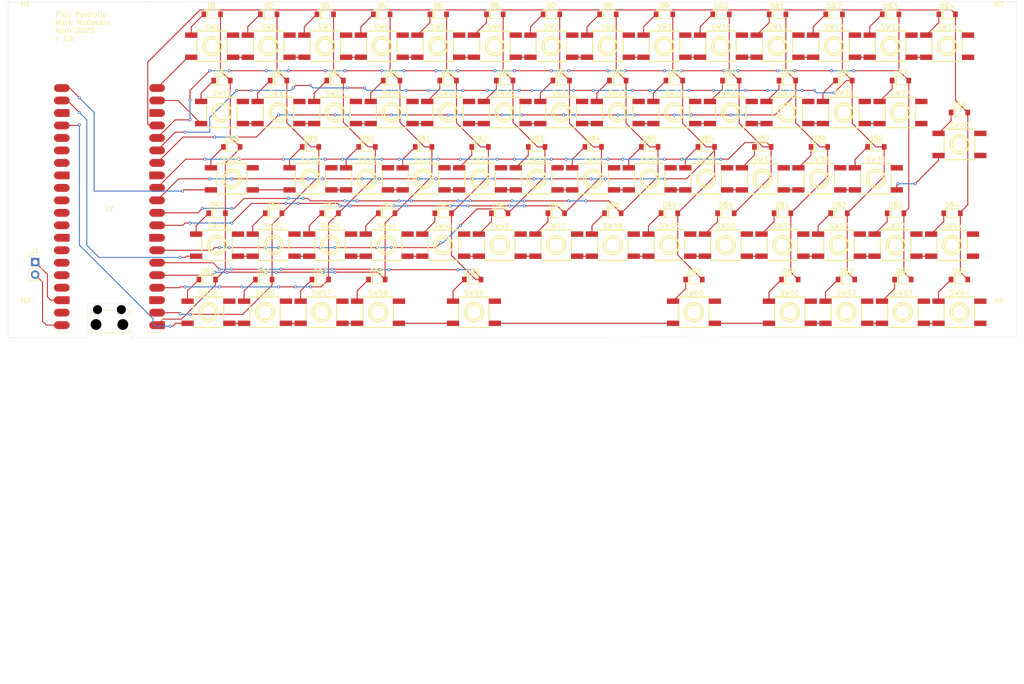
<source format=kicad_pcb>
(kicad_pcb (version 20241229) (generator "pcbnew") (generator_version "9.0")
  (layers (0 "F.Cu" signal) (2 "B.Cu" signal) (13 "F.Paste" user) (15 "B.Paste" user) (5 "F.SilkS" user "F.Silkscreen") (7 "B.SilkS" user "B.Silkscreen") (1 "F.Mask" user) (3 "B.Mask" user) (25 "Edge.Cuts" user))
  (net 0 "")
  (net 1 "Net-(A1-GPIO13)")
  (net 3 "Net-(A1-GPIO1)")
  (net 4 "Net-(A1-GPIO2)")
  (net 6 "Net-(A1-GPIO0)")
  (net 12 "Net-(A1-GPIO8)")
  (net 14 "Net-(A1-GPIO5)")
  (net 15 "Net-(A1-GPIO7)")
  (net 16 "Net-(A1-GPIO11)")
  (net 17 "Net-(A1-GPIO17)")
  (net 18 "Net-(A1-GPIO9)")
  (net 20 "Net-(A1-GPIO10)")
  (net 22 "Net-(A1-GPIO4)")
  (net 24 "Net-(J1-Pin_1)")
  (net 25 "Net-(A1-GPIO12)")
  (net 26 "Net-(A1-GPIO3)")
  (net 27 "Net-(A1-GPIO6)")
  (net 29 "Net-(D1-K)")
  (net 30 "Net-(D2-K)")
  (net 31 "Net-(D3-K)")
  (net 32 "Net-(D15-K)")
  (net 33 "Net-(D16-K)")
  (net 34 "Net-(D17-K)")
  (net 35 "Net-(D28-K)")
  (net 36 "Net-(D29-K)")
  (net 37 "Net-(D30-K)")
  (net 38 "Net-(D41-K)")
  (net 39 "Net-(D42-K)")
  (net 40 "Net-(D55-K)")
  (net 41 "Net-(D56-K)")
  (net 44 "Net-(SW1-Pad4)")
  (net 45 "Net-(SW2-Pad4)")
  (net 47 "Net-(SW3-Pad4)")
  (net 49 "Net-(SW4-Pad4)")
  (net 51 "Net-(SW5-Pad4)")
  (net 53 "Net-(SW6-Pad4)")
  (net 55 "Net-(SW7-Pad4)")
  (net 58 "Net-(SW10-Pad3)")
  (net 61 "Net-(SW10-Pad4)")
  (net 62 "Net-(SW11-Pad4)")
  (net 65 "Net-(SW12-Pad4)")
  (net 66 "Net-(SW13-Pad4)")
  (net 69 "Net-(SW8-Pad4)")
  (net 71 "Net-(SW15-Pad4)")
  (net 74 "Net-(SW17-Pad4)")
  (net 75 "Net-(SW18-Pad4)")
  (net 78 "Net-(SW19-Pad4)")
  (net 79 "Net-(SW20-Pad4)")
  (net 81 "Net-(SW21-Pad4)")
  (net 83 "Net-(SW22-Pad4)")
  (net 86 "Net-(SW23-Pad4)")
  (net 89 "Net-(SW25-Pad4)")
  (net 90 "Net-(SW26-Pad4)")
  (net 94 "Net-(SW28-Pad4)")
  (net 95 "Net-(SW29-Pad4)")
  (net 98 "Net-(SW30-Pad4)")
  (net 99 "Net-(SW31-Pad4)")
  (net 103 "Net-(SW33-Pad4)")
  (net 104 "Net-(SW34-Pad4)")
  (net 106 "Net-(SW35-Pad4)")
  (net 108 "Net-(SW36-Pad4)")
  (net 111 "Net-(SW37-Pad4)")
  (net 112 "Net-(SW38-Pad4)")
  (net 114 "Net-(SW39-Pad4)")
  (net 119 "Net-(SW41-Pad4)")
  (net 120 "Net-(SW42-Pad4)")
  (net 122 "Net-(SW43-Pad4)")
  (net 124 "Net-(SW44-Pad4)")
  (net 127 "Net-(SW45-Pad4)")
  (net 129 "Net-(SW46-Pad4)")
  (net 130 "Net-(SW47-Pad4)")
  (net 133 "Net-(SW49-Pad4)")
  (net 136 "Net-(SW50-Pad4)")
  (net 137 "Net-(SW51-Pad4)")
  (net 139 "Net-(SW52-Pad4)")
  (net 145 "Net-(SW55-Pad4)")
  (net 147 "Net-(SW16-Pad4)")
  (net 148 "Net-(SW57-Pad4)")
  (net 151 "Net-(SW58-Pad4)")
  (net 153 "Net-(SW59-Pad4)")
  (net 154 "Net-(SW60-Pad4)")
  (net 156 "Net-(SW61-Pad4)")
  (net 159 "Net-(SW62-Pad4)")
  (net 160 "Net-(SW63-Pad4)")
  (net 164 "Net-(SW24-Pad4)")
  (net 166 "Net-(SW32-Pad4)")
  (net 167 "Net-(SW48-Pad4)")
  (net 169 "Net-(SW56-Pad4)")
  (net 170 "Net-(A1-VBUS)")
  (net 171 "Net-(D4-K)")
  (net 172 "Net-(D5-K)")
  (net 173 "Net-(D6-K)")
  (net 174 "Net-(D7-K)")
  (net 175 "Net-(D8-K)")
  (net 176 "Net-(D9-K)")
  (net 177 "Net-(D10-K)")
  (net 178 "Net-(D11-K)")
  (net 179 "Net-(D12-K)")
  (net 180 "Net-(D13-K)")
  (net 181 "Net-(D14-K)")
  (net 182 "Net-(D18-K)")
  (net 183 "Net-(D19-K)")
  (net 184 "Net-(D20-K)")
  (net 185 "Net-(D21-K)")
  (net 186 "Net-(D22-K)")
  (net 187 "Net-(D23-K)")
  (net 188 "Net-(D24-K)")
  (net 189 "Net-(D25-K)")
  (net 190 "Net-(D26-K)")
  (net 191 "Net-(D27-K)")
  (net 192 "Net-(D31-K)")
  (net 193 "Net-(D32-K)")
  (net 194 "Net-(D33-K)")
  (net 195 "Net-(D34-K)")
  (net 196 "Net-(D35-K)")
  (net 197 "Net-(D36-K)")
  (net 198 "Net-(D37-K)")
  (net 199 "Net-(D38-K)")
  (net 200 "Net-(D39-K)")
  (net 201 "Net-(D40-K)")
  (net 202 "Net-(D43-K)")
  (net 203 "Net-(D44-K)")
  (net 204 "Net-(D45-K)")
  (net 205 "Net-(D46-K)")
  (net 206 "Net-(D47-K)")
  (net 207 "Net-(D48-K)")
  (net 208 "Net-(D49-K)")
  (net 209 "Net-(D50-K)")
  (net 210 "Net-(D51-K)")
  (net 211 "Net-(D52-K)")
  (net 212 "Net-(D53-K)")
  (net 213 "Net-(D54-K)")
  (net 214 "Net-(D57-K)")
  (net 215 "Net-(D58-K)")
  (net 216 "Net-(D59-K)")
  (net 217 "Net-(D60-K)")
  (net 218 "Net-(D61-K)")
  (net 219 "Net-(D62-K)")
  (net 220 "Net-(D63-K)")
  (net 221 "Net-(D64-K)")
  (net 222 "Net-(SW53-Pad4)")
  (net 223 "Net-(A1-GPIO15)")
  (net 224 "Net-(A1-GPIO18)")
  (net 225 "Net-(A1-GPIO16)")
  (net 226 "Net-(A1-GPIO14)")
  (footprint "Diode_SMD:SOD-123_L2.8-W1.8-LS3.7-RD" (layer "F.Cu") (at 114 61.5)
    (property "Reference" "D29")
    (property "Value" "1N4148")
  )
  (footprint "Diode_SMD:SOD-123_L2.8-W1.8-LS3.7-RD" (layer "F.Cu") (at 128.5 34.5)
    (property "Reference" "D4")
    (property "Value" "1N4148")
  )
  (footprint "Button_Switch_SMD:SW-SMD_4P-L6.2-W6.2-P4.50-LS8.6" (layer "F.Cu") (at 148.5 68.005)
    (property "Reference" "SW32")
    (property "Value" "SW_Push")
  )
  (footprint "Button_Switch_SMD:SW-SMD_4P-L6.2-W6.2-P4.50-LS8.6" (layer "F.Cu") (at 198.5 81.5)
    (property "Reference" "SW50")
    (property "Value" "SW_Push")
  )
  (footprint "Button_Switch_SMD:SW-SMD_4P-L6.2-W6.2-P4.50-LS8.6" (layer "F.Cu") (at 246 95.158)
    (property "Reference" "SW64")
    (property "Value" "SW_Push")
  )
  (footprint "Diode_SMD:SOD-123_L2.8-W1.8-LS3.7-RD" (layer "F.Cu") (at 96 48)
    (property "Reference" "D15")
    (property "Value" "1N4148")
  )
  (footprint "Diode_SMD:SOD-123_L2.8-W1.8-LS3.7-RD" (layer "F.Cu") (at 165 48)
    (property "Reference" "D21")
    (property "Value" "1N4148")
  )
  (footprint "Diode_SMD:SOD-123_L2.8-W1.8-LS3.7-RD" (layer "F.Cu") (at 221.5 75)
    (property "Reference" "D52")
    (property "Value" "1N4148")
  )
  (footprint "Button_Switch_SMD:SW-SMD_4P-L6.2-W6.2-P4.50-LS8.6" (layer "F.Cu") (at 211 54.5)
    (property "Reference" "SW25")
    (property "Value" "SW_Push")
  )
  (footprint "Button_Switch_SMD:SW-SMD_4P-L6.2-W6.2-P4.50-LS8.6" (layer "F.Cu") (at 116.25 95.158)
    (property "Reference" "SW57")
    (property "Value" "SW_Push")
  )
  (footprint "Diode_SMD:SOD-123_L2.8-W1.8-LS3.7-RD" (layer "F.Cu") (at 95 75)
    (property "Reference" "D41")
    (property "Value" "1N4148")
  )
  (footprint "Button_Switch_SMD:SW-SMD_4P-L6.2-W6.2-P4.50-LS8.6" (layer "F.Cu") (at 163 41)
    (property "Reference" "SW7")
    (property "Value" "SW_Push")
  )
  (footprint "Button_Switch_SMD:SW-SMD_4P-L6.2-W6.2-P4.50-LS8.6" (layer "F.Cu") (at 220.5 41)
    (property "Reference" "SW12")
    (property "Value" "SW_Push")
  )
  (footprint "Diode_SMD:SOD-123_L2.8-W1.8-LS3.7-RD" (layer "F.Cu") (at 175.5 75)
    (property "Reference" "D48")
    (property "Value" "1N4148")
  )
  (footprint "Diode_SMD:SOD-123_L2.8-W1.8-LS3.7-RD" (layer "F.Cu") (at 206 61.5)
    (property "Reference" "D37")
    (property "Value" "1N4148")
  )
  (footprint "Button_Switch_SMD:SW-SMD_4P-L6.2-W6.2-P4.50-LS8.6" (layer "F.Cu") (at 223 95.158)
    (property "Reference" "SW62")
    (property "Value" "SW_Push")
  )
  (footprint "Diode_SMD:SOD-123_L2.8-W1.8-LS3.7-RD" (layer "F.Cu") (at 130.5 48)
    (property "Reference" "D18")
    (property "Value" "1N4148")
  )
  (footprint "Diode_SMD:SOD-123_L2.8-W1.8-LS3.7-RD" (layer "F.Cu") (at 244.5 75)
    (property "Reference" "D54")
    (property "Value" "1N4148")
  )
  (footprint "Button_Switch_SMD:SW-SMD_4P-L6.2-W6.2-P4.50-LS8.6" (layer "F.Cu") (at 165 54.5)
    (property "Reference" "SW21")
    (property "Value" "SW_Push")
  )
  (footprint "Button_Switch_SMD:SW-SMD_4P-L6.2-W6.2-P4.50-LS8.6" (layer "F.Cu") (at 175.5 81.5)
    (property "Reference" "SW48")
    (property "Value" "SW_Push")
  )
  (footprint "Diode_SMD:SOD-123_L2.8-W1.8-LS3.7-RD" (layer "F.Cu") (at 118 75)
    (property "Reference" "D43")
    (property "Value" "1N4148")
  )
  (footprint "Diode_SMD:SOD-123_L2.8-W1.8-LS3.7-RD" (layer "F.Cu") (at 129.5 75)
    (property "Reference" "D44")
    (property "Value" "1N4148")
  )
  (footprint "Diode_SMD:SOD-123_L2.8-W1.8-LS3.7-RD" (layer "F.Cu") (at 164 75)
    (property "Reference" "D47")
    (property "Value" "1N4148")
  )
  (footprint "Button_Switch_SMD:SW-SMD_4P-L6.2-W6.2-P4.50-LS8.6" (layer "F.Cu") (at 244.5 81.5)
    (property "Reference" "SW54")
    (property "Value" "SW_Push")
  )
  (footprint "Diode_SMD:SOD-123_L2.8-W1.8-LS3.7-RD" (layer "F.Cu") (at 141 75)
    (property "Reference" "D45")
    (property "Value" "1N4148")
  )
  (footprint "Button_Switch_SMD:SW-SMD_4P-L6.2-W6.2-P4.50-LS8.6" (layer "F.Cu") (at 243.5 41)
    (property "Reference" "SW14")
    (property "Value" "SW_Push")
  )
  (footprint "Button_Switch_SMD:SW-SMD_4P-L6.2-W6.2-P4.50-LS8.6" (layer "F.Cu") (at 141 81.5)
    (property "Reference" "SW45")
    (property "Value" "SW_Push")
  )
  (footprint "Diode_SMD:SOD-123_L2.8-W1.8-LS3.7-RD" (layer "F.Cu") (at 209 34.5)
    (property "Reference" "D11")
    (property "Value" "1N4148")
  )
  (footprint "Diode_SMD:SOD-123_L2.8-W1.8-LS3.7-RD" (layer "F.Cu") (at 93 88.5)
    (property "Reference" "D55")
    (property "Value" "1N4148")
  )
  (footprint "Button_Switch_SMD:SW-SMD_4P-L6.2-W6.2-P4.50-LS8.6" (layer "F.Cu") (at 209 41)
    (property "Reference" "SW11")
    (property "Value" "SW_Push")
  )
  (footprint "Diode_SMD:SOD-123_L2.8-W1.8-LS3.7-RD" (layer "F.Cu") (at 188 48)
    (property "Reference" "D23")
    (property "Value" "1N4148")
  )
  (footprint "Button_Switch_SMD:SW-SMD_4P-L6.2-W6.2-P4.50-LS8.6" (layer "F.Cu") (at 137 68.005)
    (property "Reference" "SW31")
    (property "Value" "SW_Push")
  )
  (footprint "Button_Switch_SMD:SW-SMD_4P-L6.2-W6.2-P4.50-LS8.6" (layer "F.Cu") (at 107.5 54.5)
    (property "Reference" "SW16")
    (property "Value" "SW_Push")
  )
  (footprint "Button_Switch_SMD:SW-SMD_4P-L6.2-W6.2-P4.50-LS8.6" (layer "F.Cu") (at 221.5 81.5)
    (property "Reference" "SW52")
    (property "Value" "SW_Push")
  )
  (footprint "Button_Switch_SMD:SW-SMD_4P-L6.2-W6.2-P4.50-LS8.6" (layer "F.Cu") (at 206 68.005)
    (property "Reference" "SW37")
    (property "Value" "SW_Push")
  )
  (footprint "Diode_SMD:SOD-123_L2.8-W1.8-LS3.7-RD" (layer "F.Cu") (at 186 34.5)
    (property "Reference" "D9")
    (property "Value" "1N4148")
  )
  (footprint "Button_Switch_SMD:SW-SMD_4P-L6.2-W6.2-P4.50-LS8.6" (layer "F.Cu") (at 174.5 41)
    (property "Reference" "SW8")
    (property "Value" "SW_Push")
  )
  (footprint "Diode_SMD:SOD-123_L2.8-W1.8-LS3.7-RD" (layer "F.Cu") (at 223 88.5)
    (property "Reference" "D62")
    (property "Value" "1N4148")
  )
  (footprint "Diode_SMD:SOD-123_L2.8-W1.8-LS3.7-RD" (layer "F.Cu") (at 106.5 75)
    (property "Reference" "D42")
    (property "Value" "1N4148")
  )
  (footprint "Button_Switch_SMD:SW-SMD_4P-L6.2-W6.2-P4.50-LS8.6" (layer "F.Cu") (at 153.5 54.5)
    (property "Reference" "SW20")
    (property "Value" "SW_Push")
  )
  (footprint "Button_Switch_SMD:SW-SMD_4P-L6.2-W6.2-P4.50-LS8.6" (layer "F.Cu") (at 176.5 54.5)
    (property "Reference" "SW22")
    (property "Value" "SW_Push")
  )
  (footprint "Diode_SMD:SOD-123_L2.8-W1.8-LS3.7-RD" (layer "F.Cu") (at 151.5 34.5)
    (property "Reference" "D6")
    (property "Value" "1N4148")
  )
  (footprint "Button_Switch_SMD:SW-SMD_4P-L6.2-W6.2-P4.50-LS8.6" (layer "F.Cu") (at 222.5 54.5)
    (property "Reference" "SW26")
    (property "Value" "SW_Push")
  )
  (footprint "Button_Switch_SMD:SW-SMD_4P-L6.2-W6.2-P4.50-LS8.6" (layer "F.Cu") (at 211.5 95.158)
    (property "Reference" "SW61")
    (property "Value" "SW_Push")
  )
  (footprint "Button_Switch_SMD:SW-SMD_4P-L6.2-W6.2-P4.50-LS8.6" (layer "F.Cu") (at 127.75 95.158)
    (property "Reference" "SW58")
    (property "Value" "SW_Push")
  )
  (footprint "Button_Switch_SMD:SW-SMD_4P-L6.2-W6.2-P4.50-LS8.6" (layer "F.Cu") (at 129.5 81.5)
    (property "Reference" "SW44")
    (property "Value" "SW_Push")
  )
  (footprint "Diode_SMD:SOD-123_L2.8-W1.8-LS3.7-RD" (layer "F.Cu") (at 98 61.5)
    (property "Reference" "D28")
    (property "Value" "1N4148")
  )
  (footprint "Diode_SMD:SOD-123_L2.8-W1.8-LS3.7-RD" (layer "F.Cu") (at 197.5 34.5)
    (property "Reference" "D10")
    (property "Value" "1N4148")
  )
  (footprint "Diode_SMD:SOD-123_L2.8-W1.8-LS3.7-RD" (layer "F.Cu") (at 211.5 88.5)
    (property "Reference" "D61")
    (property "Value" "1N4148")
  )
  (footprint "Button_Switch_SMD:SW-SMD_4P-L6.2-W6.2-P4.50-LS8.6" (layer "F.Cu") (at 183 68.005)
    (property "Reference" "SW35")
    (property "Value" "SW_Push")
  )
  (footprint "Diode_SMD:SOD-123_L2.8-W1.8-LS3.7-RD" (layer "F.Cu") (at 116 88.5)
    (property "Reference" "D57")
    (property "Value" "1N4148")
  )
  (footprint "Diode_SMD:SOD-123_L2.8-W1.8-LS3.7-RD" (layer "F.Cu") (at 148.5 61.5)
    (property "Reference" "D32")
    (property "Value" "1N4148")
  )
  (footprint "Diode_SMD:SOD-123_L2.8-W1.8-LS3.7-RD" (layer "F.Cu") (at 117 34.5)
    (property "Reference" "D3")
    (property "Value" "1N4148")
  )
  (footprint "Diode_SMD:SOD-123_L2.8-W1.8-LS3.7-RD" (layer "F.Cu") (at 243.5 34.5)
    (property "Reference" "D14")
    (property "Value" "1N4148")
  )
  (footprint "Button_Switch_SMD:SW-SMD_4P-L6.2-W6.2-P4.50-LS8.6" (layer "F.Cu") (at 234.5 95.158)
    (property "Reference" "SW63")
    (property "Value" "SW_Push")
  )
  (footprint "Button_Switch_SMD:SW-SMD_4P-L6.2-W6.2-P4.50-LS8.6" (layer "F.Cu") (at 93.25 95.158)
    (property "Reference" "SW55")
    (property "Value" "SW_Push")
  )
  (footprint "Diode_SMD:SOD-123_L2.8-W1.8-LS3.7-RD" (layer "F.Cu") (at 176.5 48)
    (property "Reference" "D22")
    (property "Value" "1N4148")
  )
  (footprint "Button_Switch_SMD:SW-SMD_4P-L6.2-W6.2-P4.50-LS8.6" (layer "F.Cu") (at 152.5 81.5)
    (property "Reference" "SW46")
    (property "Value" "SW_Push")
  )
  (footprint "MountingHole:MountingHole_2.7mm" (layer "F.Cu") (at 254 36.15)
    (property "Reference" "H3")
    (property "Value" "MountingHole")
  )
  (footprint "Diode_SMD:SOD-123_L2.8-W1.8-LS3.7-RD" (layer "F.Cu") (at 210 75)
    (property "Reference" "D51")
    (property "Value" "1N4148")
  )
  (footprint "Diode_SMD:SOD-123_L2.8-W1.8-LS3.7-RD" (layer "F.Cu") (at 234.5 88.5)
    (property "Reference" "D63")
    (property "Value" "1N4148")
  )
  (footprint "Diode_SMD:SOD-123_L2.8-W1.8-LS3.7-RD" (layer "F.Cu") (at 107.5 48)
    (property "Reference" "D16")
    (property "Value" "1N4148")
  )
  (footprint "MountingHole:MountingHole_2.7mm" (layer "F.Cu") (at 56 36.15)
    (property "Reference" "H1")
    (property "Value" "MountingHole")
  )
  (footprint "Diode_SMD:SOD-123_L2.8-W1.8-LS3.7-RD" (layer "F.Cu") (at 217.5 61.5)
    (property "Reference" "D38")
    (property "Value" "1N4148")
  )
  (footprint "Button_Switch_SMD:SW-SMD_4P-L6.2-W6.2-P4.50-LS8.6" (layer "F.Cu") (at 229 68.005)
    (property "Reference" "SW39")
    (property "Value" "SW_Push")
  )
  (footprint "Button_Switch_SMD:SW-SMD_4P-L6.2-W6.2-P4.50-LS8.6" (layer "F.Cu") (at 128.5 41)
    (property "Reference" "SW4")
    (property "Value" "SW_Push")
  )
  (footprint "Diode_SMD:SOD-123_L2.8-W1.8-LS3.7-RD" (layer "F.Cu") (at 142 48)
    (property "Reference" "D19")
    (property "Value" "1N4148")
  )
  (footprint "Diode_SMD:SOD-123_L2.8-W1.8-LS3.7-RD" (layer "F.Cu") (at 105.5 34.5)
    (property "Reference" "D2")
    (property "Value" "1N4148")
  )
  (footprint "Button_Switch_SMD:SW-SMD_4P-L6.2-W6.2-P4.50-LS8.6" (layer "F.Cu") (at 217.5 68.005)
    (property "Reference" "SW38")
    (property "Value" "SW_Push")
  )
  (footprint "Connector_PinHeader_2.54mm:PinHeader_1x02_P2.54mm_Vertical" (layer "F.Cu") (at 58 84.96)
    (property "Reference" "J1")
    (property "Value" "Conn_01x02_Pin")
  )
  (footprint "Button_Switch_SMD:SW-SMD_4P-L6.2-W6.2-P4.50-LS8.6" (layer "F.Cu") (at 210 81.5)
    (property "Reference" "SW51")
    (property "Value" "SW_Push")
  )
  (footprint "Button_Switch_SMD:SW-SMD_4P-L6.2-W6.2-P4.50-LS8.6" (layer "F.Cu") (at 233 81.5)
    (property "Reference" "SW53")
    (property "Value" "SW_Push")
  )
  (footprint "Button_Switch_SMD:SW-SMD_4P-L6.2-W6.2-P4.50-LS8.6" (layer "F.Cu") (at 194.5 68.005)
    (property "Reference" "SW36")
    (property "Value" "SW_Push")
  )
  (footprint "Diode_SMD:SOD-123_L2.8-W1.8-LS3.7-RD" (layer "F.Cu") (at 192 88.5)
    (property "Reference" "D60")
    (property "Value" "1N4148")
  )
  (footprint "Button_Switch_SMD:SW-SMD_4P-L6.2-W6.2-P4.50-LS8.6" (layer "F.Cu") (at 142 54.5)
    (property "Reference" "SW19")
    (property "Value" "SW_Push")
  )
  (footprint "Button_Switch_SMD:SW-SMD_4P-L6.2-W6.2-P4.50-LS8.6" (layer "F.Cu") (at 186 41)
    (property "Reference" "SW9")
    (property "Value" "SW_Push")
  )
  (footprint "Button_Switch_SMD:SW-SMD_4P-L6.2-W6.2-P4.50-LS8.6" (layer "F.Cu") (at 192 95.158)
    (property "Reference" "SW60")
    (property "Value" "SW_Push")
  )
  (footprint "Diode_SMD:SOD-123_L2.8-W1.8-LS3.7-RD" (layer "F.Cu") (at 160 61.5)
    (property "Reference" "D33")
    (property "Value" "1N4148")
  )
  (footprint "Button_Switch_SMD:SW-SMD_4P-L6.2-W6.2-P4.50-LS8.6" (layer "F.Cu") (at 105.5 41)
    (property "Reference" "SW2")
    (property "Value" "SW_Push")
  )
  (footprint "MountingHole:MountingHole_2.7mm" (layer "F.Cu") (at 56 96.5)
    (property "Reference" "H2")
    (property "Value" "MountingHole")
  )
  (footprint "Diode_SMD:SOD-123_L2.8-W1.8-LS3.7-RD" (layer "F.Cu") (at 153.5 48)
    (property "Reference" "D20")
    (property "Value" "1N4148")
  )
  (footprint "Button_Switch_SMD:SW-SMD_4P-L6.2-W6.2-P4.50-LS8.6" (layer "F.Cu") (at 117 41)
    (property "Reference" "SW3")
    (property "Value" "SW_Push")
  )
  (footprint "Button_Switch_SMD:SW-SMD_4P-L6.2-W6.2-P4.50-LS8.6" (layer "F.Cu") (at 125.5 68.005)
    (property "Reference" "SW30")
    (property "Value" "SW_Push")
  )
  (footprint "Button_Switch_SMD:SW-SMD_4P-L6.2-W6.2-P4.50-LS8.6" (layer "F.Cu") (at 95 81.5)
    (property "Reference" "SW41")
    (property "Value" "SW_Push")
  )
  (footprint "Diode_SMD:SOD-123_L2.8-W1.8-LS3.7-RD" (layer "F.Cu") (at 222.5 48)
    (property "Reference" "D26")
    (property "Value" "1N4148")
  )
  (footprint "Diode_SMD:SOD-123_L2.8-W1.8-LS3.7-RD" (layer "F.Cu") (at 171.5 61.5)
    (property "Reference" "D34")
    (property "Value" "1N4148")
  )
  (footprint "Button_Switch_SMD:SW-SMD_4P-L6.2-W6.2-P4.50-LS8.6" (layer "F.Cu") (at 188 54.5)
    (property "Reference" "SW23")
    (property "Value" "SW_Push")
  )
  (footprint "Button_Switch_SMD:SW-SMD_4P-L6.2-W6.2-P4.50-LS8.6" (layer "F.Cu") (at 147.25 95.158)
    (property "Reference" "SW59")
    (property "Value" "SW_Push")
  )
  (footprint "Button_Switch_SMD:SW-SMD_4P-L6.2-W6.2-P4.50-LS8.6" (layer "F.Cu") (at 130.5 54.5)
    (property "Reference" "SW18")
    (property "Value" "SW_Push")
  )
  (footprint "Button_Switch_SMD:SW-SMD_4P-L6.2-W6.2-P4.50-LS8.6" (layer "F.Cu") (at 104.75 95.158)
    (property "Reference" "SW56")
    (property "Value" "SW_Push")
  )
  (footprint "Button_Switch_SMD:SW-SMD_4P-L6.2-W6.2-P4.50-LS8.6" (layer "F.Cu") (at 114 68.005)
    (property "Reference" "SW29")
    (property "Value" "SW_Push")
  )
  (footprint "Diode_SMD:SOD-123_L2.8-W1.8-LS3.7-RD" (layer "F.Cu") (at 94 34.5)
    (property "Reference" "D1")
    (property "Value" "1N4148")
  )
  (footprint "MountingHole:MountingHole_2.7mm" (layer "F.Cu") (at 254 96.5)
    (property "Reference" "H4")
    (property "Value" "MountingHole")
  )
  (footprint "Diode_SMD:SOD-123_L2.8-W1.8-LS3.7-RD" (layer "F.Cu") (at 152.5 75)
    (property "Reference" "D46")
    (property "Value" "1N4148")
  )
  (footprint "Button_Switch_SMD:SW-SMD_4P-L6.2-W6.2-P4.50-LS8.6" (layer "F.Cu") (at 118 81.5)
    (property "Reference" "SW43")
    (property "Value" "SW_Push")
  )
  (footprint "Button_Switch_SMD:SW-SMD_4P-L6.2-W6.2-P4.50-LS8.6" (layer "F.Cu") (at 151.5 41)
    (property "Reference" "SW6")
    (property "Value" "SW_Push")
  )
  (footprint "Diode_SMD:SOD-123_L2.8-W1.8-LS3.7-RD" (layer "F.Cu") (at 211 48)
    (property "Reference" "D25")
    (property "Value" "1N4148")
  )
  (footprint "Diode_SMD:SOD-123_L2.8-W1.8-LS3.7-RD" (layer "F.Cu") (at 125.5 61.5)
    (property "Reference" "D30")
    (property "Value" "1N4148")
  )
  (footprint "Diode_SMD:SOD-123_L2.8-W1.8-LS3.7-RD" (layer "F.Cu") (at 127.5 88.5)
    (property "Reference" "D58")
    (property "Value" "1N4148")
  )
  (footprint "Diode_SMD:SOD-123_L2.8-W1.8-LS3.7-RD" (layer "F.Cu") (at 147 88.5)
    (property "Reference" "D59")
    (property "Value" "1N4148")
  )
  (footprint "Diode_SMD:SOD-123_L2.8-W1.8-LS3.7-RD" (layer "F.Cu") (at 234 48)
    (property "Reference" "D27")
    (property "Value" "1N4148")
  )
  (footprint "Diode_SMD:SOD-123_L2.8-W1.8-LS3.7-RD" (layer "F.Cu") (at 140 34.5)
    (property "Reference" "D5")
    (property "Value" "1N4148")
  )
  (footprint "Diode_SMD:SOD-123_L2.8-W1.8-LS3.7-RD" (layer "F.Cu") (at 137 61.5)
    (property "Reference" "D31")
    (property "Value" "1N4148")
  )
  (footprint "Module:RaspberryPi_Pico_W_SMD_HandSolder" (layer "F.Cu") (at 73.11 73.65 180)
    (property "Reference" "A1")
    (property "Value" "RaspberryPi_Pico_W")
  )
  (footprint "Button_Switch_SMD:SW-SMD_4P-L6.2-W6.2-P4.50-LS8.6" (layer "F.Cu") (at 164 81.5)
    (property "Reference" "SW47")
    (property "Value" "SW_Push")
  )
  (footprint "Diode_SMD:SOD-123_L2.8-W1.8-LS3.7-RD" (layer "F.Cu") (at 187 75)
    (property "Reference" "D49")
    (property "Value" "1N4148")
  )
  (footprint "Button_Switch_SMD:SW-SMD_4P-L6.2-W6.2-P4.50-LS8.6" (layer "F.Cu") (at 106.5 81.5)
    (property "Reference" "SW42")
    (property "Value" "SW_Push")
  )
  (footprint "Diode_SMD:SOD-123_L2.8-W1.8-LS3.7-RD" (layer "F.Cu") (at 183 61.5)
    (property "Reference" "D35")
    (property "Value" "1N4148")
  )
  (footprint "Button_Switch_SMD:SW-SMD_4P-L6.2-W6.2-P4.50-LS8.6" (layer "F.Cu") (at 140 41)
    (property "Reference" "SW5")
    (property "Value" "SW_Push")
  )
  (footprint "Button_Switch_SMD:SW-SMD_4P-L6.2-W6.2-P4.50-LS8.6" (layer "F.Cu") (at 119 54.5)
    (property "Reference" "SW17")
    (property "Value" "SW_Push")
  )
  (footprint "Diode_SMD:SOD-123_L2.8-W1.8-LS3.7-RD" (layer "F.Cu") (at 119 48)
    (property "Reference" "D17")
    (property "Value" "1N4148")
  )
  (footprint "Button_Switch_SMD:SW-SMD_4P-L6.2-W6.2-P4.50-LS8.6" (layer "F.Cu") (at 246 61)
    (property "Reference" "SW40")
    (property "Value" "SW_Push")
  )
  (footprint "Button_Switch_SMD:SW-SMD_4P-L6.2-W6.2-P4.50-LS8.6" (layer "F.Cu") (at 160 68.005)
    (property "Reference" "SW33")
    (property "Value" "SW_Push")
  )
  (footprint "Button_Switch_SMD:SW-SMD_4P-L6.2-W6.2-P4.50-LS8.6" (layer "F.Cu") (at 94 41)
    (property "Reference" "SW1")
    (property "Value" "SW_Push")
  )
  (footprint "Diode_SMD:SOD-123_L2.8-W1.8-LS3.7-RD" (layer "F.Cu") (at 229 61.5)
    (property "Reference" "D39")
    (property "Value" "1N4148")
  )
  (footprint "Button_Switch_SMD:SW-SMD_4P-L6.2-W6.2-P4.50-LS8.6" (layer "F.Cu") (at 234 54.5)
    (property "Reference" "SW27")
    (property "Value" "SW_Push")
  )
  (footprint "Diode_SMD:SOD-123_L2.8-W1.8-LS3.7-RD" (layer "F.Cu") (at 232 34.5)
    (property "Reference" "D13")
    (property "Value" "1N4148")
  )
  (footprint "Button_Switch_SMD:SW-SMD_4P-L6.2-W6.2-P4.50-LS8.6" (layer "F.Cu") (at 199.5 54.5)
    (property "Reference" "SW24")
    (property "Value" "SW_Push")
  )
  (footprint "Button_Switch_SMD:SW-SMD_4P-L6.2-W6.2-P4.50-LS8.6" (layer "F.Cu") (at 197.5 41)
    (property "Reference" "SW10")
    (property "Value" "SW_Push")
  )
  (footprint "Button_Switch_SMD:SW-SMD_4P-L6.2-W6.2-P4.50-LS8.6" (layer "F.Cu") (at 187 81.5)
    (property "Reference" "SW49")
    (property "Value" "SW_Push")
  )
  (footprint "Button_Switch_SMD:SW-SMD_4P-L6.2-W6.2-P4.50-LS8.6" (layer "F.Cu") (at 98 68.005)
    (property "Reference" "SW28")
    (property "Value" "SW_Push")
  )
  (footprint "Diode_SMD:SOD-123_L2.8-W1.8-LS3.7-RD" (layer "F.Cu") (at 220.5 34.5)
    (property "Reference" "D12")
    (property "Value" "1N4148")
  )
  (footprint "Diode_SMD:SOD-123_L2.8-W1.8-LS3.7-RD" (layer "F.Cu") (at 233 75)
    (property "Reference" "D53")
    (property "Value" "1N4148")
  )
  (footprint "Diode_SMD:SOD-123_L2.8-W1.8-LS3.7-RD" (layer "F.Cu") (at 194.5 61.5)
    (property "Reference" "D36")
    (property "Value" "1N4148")
  )
  (footprint "Diode_SMD:SOD-123_L2.8-W1.8-LS3.7-RD" (layer "F.Cu") (at 199.5 48)
    (property "Reference" "D24")
    (property "Value" "1N4148")
  )
  (footprint "Diode_SMD:SOD-123_L2.8-W1.8-LS3.7-RD" (layer "F.Cu") (at 163 34.5)
    (property "Reference" "D7")
    (property "Value" "1N4148")
  )
  (footprint "Button_Switch_SMD:SW-SMD_4P-L6.2-W6.2-P4.50-LS8.6" (layer "F.Cu") (at 232 41)
    (property "Reference" "SW13")
    (property "Value" "SW_Push")
  )
  (footprint "Diode_SMD:SOD-123_L2.8-W1.8-LS3.7-RD" (layer "F.Cu") (at 174.5 34.5)
    (property "Reference" "D8")
    (property "Value" "1N4148")
  )
  (footprint "Diode_SMD:SOD-123_L2.8-W1.8-LS3.7-RD" (layer "F.Cu") (at 246 88.5)
    (property "Reference" "D64")
    (property "Value" "1N4148")
  )
  (footprint "Button_Switch_SMD:SW-SMD_4P-L6.2-W6.2-P4.50-LS8.6" (layer "F.Cu") (at 171.5 68.005)
    (property "Reference" "SW34")
    (property "Value" "SW_Push")
  )
  (footprint "Button_Switch_SMD:SW-SMD_4P-L6.2-W6.2-P4.50-LS8.6" (layer "F.Cu") (at 96 54.5)
    (property "Reference" "SW15")
    (property "Value" "SW_Push")
  )
  (footprint "Diode_SMD:SOD-123_L2.8-W1.8-LS3.7-RD" (layer "F.Cu") (at 246 54.5)
    (property "Reference" "D40")
    (property "Value" "1N4148")
  )
  (footprint "Diode_SMD:SOD-123_L2.8-W1.8-LS3.7-RD" (layer "F.Cu") (at 104.5 88.5)
    (property "Reference" "D56")
    (property "Value" "1N4148")
  )
  (footprint "Diode_SMD:SOD-123_L2.8-W1.8-LS3.7-RD" (layer "F.Cu") (at 198.5 75)
    (property "Reference" "D50")
    (property "Value" "1N4148")
  )
  (gr_line (start 77.498188 93.463841) (end 68.660038 93.463841) (stroke (width 0.05)) (layer "Edge.Cuts"))
  (gr_line (start 77.5 100.295203) (end 257.570875 100.223216) (stroke (width 0.05)) (layer "Edge.Cuts"))
  (gr_line (start 52.49917 31.999305) (end 257.570875 31.928013) (stroke (width 0.05)) (layer "Edge.Cuts"))
  (gr_line (start 68.660038 93.46469) (end 68.660038 100.296052) (stroke (width 0.05)) (layer "Edge.Cuts"))
  (gr_line (start 77.501811 100.295203) (end 77.498188 93.463841) (stroke (width 0.05)) (layer "Edge.Cuts"))
  (gr_line (start 52.5 32) (end 52.5 100.295203) (stroke (width 0.05)) (layer "Edge.Cuts"))
  (gr_line (start 52.5 100.295203) (end 68.660038 100.296052) (stroke (width 0.05)) (layer "Edge.Cuts"))
  (gr_line (start 257.570875 31.928013) (end 257.570875 100.223216) (stroke (width 0.05)) (layer "Edge.Cuts"))
  (gr_text "Pico Portfolio\nMark McGookin\nApril 2025\nv 1.0" (at 62 40 0) (layer "F.SilkS") (effects (font (size 1 1)) (justify left bottom)))
  (segment (start 247.6925 54.5) (end 245.1925 52) (width 0.2) (layer "F.Cu") (net 1))
  (segment (start 245.1925 34.5) (end 244.3165 33.624) (width 0.2) (layer "F.Cu") (net 1))
  (segment (start 244.3165 33.624) (end 91.5315 33.624) (width 0.2) (layer "F.Cu") (net 1))
  (segment (start 247.6925 73.3075) (end 247.6925 54.5) (width 0.2) (layer "F.Cu") (net 1))
  (segment (start 80.894 44.2615) (end 80.894 56.834) (width 0.2) (layer "F.Cu") (net 1))
  (segment (start 247.6925 88.5) (end 246.1925 87) (width 0.2) (layer "F.Cu") (net 1))
  (segment (start 246.1925 75) (end 246.1925 74.8075) (width 0.2) (layer "F.Cu") (net 1))
  (segment (start 81.2 57.14) (end 82.8 57.14) (width 0.2) (layer "F.Cu") (net 1))
  (segment (start 246.1925 74.8075) (end 247.6925 73.3075) (width 0.2) (layer "F.Cu") (net 1))
  (segment (start 91.5315 33.624) (end 80.894 44.2615) (width 0.2) (layer "F.Cu") (net 1))
  (segment (start 245.1925 52) (end 245.1925 34.5) (width 0.2) (layer "F.Cu") (net 1))
  (segment (start 80.894 56.834) (end 81.2 57.14) (width 0.2) (layer "F.Cu") (net 1))
  (segment (start 246.1925 87) (end 246.1925 75) (width 0.2) (layer "F.Cu") (net 1))
  (segment (start 109.1925 48) (end 109.1925 56.5945) (width 0.2) (layer "F.Cu") (net 3))
  (segment (start 87.24 95.24) (end 82.8 95.24) (width 0.2) (layer "F.Cu") (net 3))
  (segment (start 108.1925 75) (end 108.1925 75.3075) (width 0.2) (layer "F.Cu") (net 3))
  (segment (start 115.6925 61.5) (end 115.6925 67.5) (width 0.2) (layer "F.Cu") (net 3))
  (segment (start 106.1925 88.5) (end 106.1925 89.6175) (width 0.2) (layer "F.Cu") (net 3))
  (segment (start 109.1925 56.5945) (end 114.098 61.5) (width 0.2) (layer "F.Cu") (net 3))
  (segment (start 107.1925 34.5) (end 107.1925 46) (width 0.2) (layer "F.Cu") (net 3))
  (segment (start 87.5 95.5) (end 87.24 95.24) (width 0.2) (layer "F.Cu") (net 3))
  (segment (start 107.1925 46) (end 109.1925 48) (width 0.2) (layer "F.Cu") (net 3))
  (segment (start 106.1925 77.3075) (end 106.1925 88.5) (width 0.2) (layer "F.Cu") (net 3))
  (segment (start 115.6925 67.5) (end 108.1925 75) (width 0.2) (layer "F.Cu") (net 3))
  (segment (start 114.098 61.5) (end 115.6925 61.5) (width 0.2) (layer "F.Cu") (net 3))
  (segment (start 100.230735 95.579265) (end 89.579265 95.579265) (width 0.2) (layer "F.Cu") (net 3))
  (segment (start 108.1925 75.3075) (end 106.1925 77.3075) (width 0.2) (layer "F.Cu") (net 3))
  (segment (start 106.1925 89.6175) (end 100.230735 95.579265) (width 0.2) (layer "F.Cu") (net 3))
  (via (at 87.5 95.5) (size 0.6) (drill 0.3) (layers "F.Cu" "B.Cu") (net 3))
  (via (at 89.579265 95.579265) (size 0.6) (drill 0.3) (layers "F.Cu" "B.Cu") (net 3))
  (segment (start 87.579265 95.579265) (end 87.5 95.5) (width 0.2) (layer "B.Cu") (net 3))
  (segment (start 89.579265 95.579265) (end 87.579265 95.579265) (width 0.2) (layer "B.Cu") (net 3))
  (segment (start 119.6925 75) (end 127.1925 67.5) (width 0.2) (layer "F.Cu") (net 4))
  (segment (start 88.5 90) (end 87.5 90) (width 0.2) (layer "F.Cu") (net 4))
  (segment (start 127.1925 61.5) (end 125.699 61.5) (width 0.2) (layer "F.Cu") (net 4))
  (segment (start 87.34 90.16) (end 82.8 90.16) (width 0.2) (layer "F.Cu") (net 4))
  (segment (start 116.1925 90) (end 114 90) (width 0.2) (layer "F.Cu") (net 4))
  (segment (start 111 90) (end 107.5 90) (width 0.2) (layer "F.Cu") (net 4))
  (segment (start 117.6925 88.5) (end 117.6925 77) (width 0.2) (layer "F.Cu") (net 4))
  (segment (start 117.6925 88.5) (end 116.1925 90) (width 0.2) (layer "F.Cu") (net 4))
  (segment (start 120.6925 56.4935) (end 120.6925 48) (width 0.2) (layer "F.Cu") (net 4))
  (segment (start 100 90) (end 95.5 90) (width 0.2) (layer "F.Cu") (net 4))
  (segment (start 117.6925 77) (end 119.6925 75) (width 0.2) (layer "F.Cu") (net 4))
  (segment (start 87.5 90) (end 87.34 90.16) (width 0.2) (layer "F.Cu") (net 4))
  (segment (start 120.6925 48) (end 118.6925 46) (width 0.2) (layer "F.Cu") (net 4))
  (segment (start 125.699 61.5) (end 120.6925 56.4935) (width 0.2) (layer "F.Cu") (net 4))
  (segment (start 127.1925 67.5) (end 127.1925 61.5) (width 0.2) (layer "F.Cu") (net 4))
  (segment (start 118.6925 46) (end 118.6925 34.5) (width 0.2) (layer "F.Cu") (net 4))
  (via (at 100 90) (size 0.6) (drill 0.3) (layers "F.Cu" "B.Cu") (net 4))
  (via (at 107.5 90) (size 0.6) (drill 0.3) (layers "F.Cu" "B.Cu") (net 4))
  (via (at 114 90) (size 0.6) (drill 0.3) (layers "F.Cu" "B.Cu") (net 4))
  (via (at 111 90) (size 0.6) (drill 0.3) (layers "F.Cu" "B.Cu") (net 4))
  (via (at 95.5 90) (size 0.6) (drill 0.3) (layers "F.Cu" "B.Cu") (net 4))
  (via (at 88.5 90) (size 0.6) (drill 0.3) (layers "F.Cu" "B.Cu") (net 4))
  (segment (start 114 90) (end 111 90) (width 0.2) (layer "B.Cu") (net 4))
  (segment (start 95.5 90) (end 88.5 90) (width 0.2) (layer "B.Cu") (net 4))
  (segment (start 107.5 90) (end 100 90) (width 0.2) (layer "B.Cu") (net 4))
  (segment (start 97.6925 59.5) (end 99.6925 61.5) (width 0.2) (layer "F.Cu") (net 6))
  (segment (start 99.6925 61.5) (end 99.6925 61.8075) (width 0.2) (layer "F.Cu") (net 6))
  (segment (start 95.6925 34.5) (end 95.6925 46) (width 0.2) (layer "F.Cu") (net 6))
  (segment (start 95.6925 46) (end 97.6925 48) (width 0.2) (layer "F.Cu") (net 6))
  (segment (start 94.6925 89.6175) (end 87.753 96.557) (width 0.2) (layer "F.Cu") (net 6))
  (segment (start 87.753 96.557) (end 84.023 96.557) (width 0.2) (layer "F.Cu") (net 6))
  (segment (start 94.6925 88.5) (end 94.6925 89.6175) (width 0.2) (layer "F.Cu") (net 6))
  (segment (start 84.023 96.557) (end 82.8 97.78) (width 0.2) (layer "F.Cu") (net 6))
  (segment (start 96.6925 64.8075) (end 96.6925 75) (width 0.2) (layer "F.Cu") (net 6))
  (segment (start 97.6925 48) (end 97.6925 59.5) (width 0.2) (layer "F.Cu") (net 6))
  (segment (start 96.6925 75) (end 96.6925 86.5) (width 0.2) (layer "F.Cu") (net 6))
  (segment (start 96.6925 86.5) (end 94.6925 88.5) (width 0.2) (layer "F.Cu") (net 6))
  (segment (start 99.6925 61.8075) (end 96.6925 64.8075) (width 0.2) (layer "F.Cu") (net 6))
  (segment (start 196.1925 61.5) (end 194.5 61.5) (width 0.2) (layer "F.Cu") (net 12))
  (segment (start 181.5 68) (end 174 68) (width 0.2) (layer "F.Cu") (net 12))
  (segment (start 171 68) (end 163 68) (width 0.2) (layer "F.Cu") (net 12))
  (segment (start 147.5 68) (end 139.5 68) (width 0.2) (layer "F.Cu") (net 12))
  (segment (start 194.5 61.5) (end 189.6925 56.6925) (width 0.2) (layer "F.Cu") (net 12))
  (segment (start 193.6925 88.5) (end 188.6925 83.5) (width 0.2) (layer "F.Cu") (net 12))
  (segment (start 147 68) (end 147.5 68) (width 0.2) (layer "F.Cu") (net 12))
  (segment (start 188.6925 75) (end 196.1925 67.5) (width 0.2) (layer "F.Cu") (net 12))
  (segment (start 93.5 68) (end 87.18 68) (width 0.2) (layer "F.Cu") (net 12))
  (segment (start 136 68) (end 128 68) (width 0.2) (layer "F.Cu") (net 12))
  (segment (start 159.5 68) (end 151.5 68) (width 0.2) (layer "F.Cu") (net 12))
  (segment (start 188.6925 83.5) (end 188.6925 75) (width 0.2) (layer "F.Cu") (net 12))
  (segment (start 87.18 68) (end 82.8 72.38) (width 0.2) (layer "F.Cu") (net 12))
  (segment (start 124.5 68) (end 116.5 68) (width 0.2) (layer "F.Cu") (net 12))
  (segment (start 196.1925 61.5) (end 196.1925 62.275) (width 0.2) (layer "F.Cu") (net 12))
  (segment (start 189.6925 48) (end 187.6925 46) (width 0.2) (layer "F.Cu") (net 12))
  (segment (start 187.6925 46) (end 187.6925 34.5) (width 0.2) (layer "F.Cu") (net 12))
  (segment (start 196.1925 67.5) (end 196.1925 61.5) (width 0.2) (layer "F.Cu") (net 12))
  (segment (start 189.6925 56.6925) (end 189.6925 48) (width 0.2) (layer "F.Cu") (net 12))
  (segment (start 113.5 68) (end 98 68) (width 0.2) (layer "F.Cu") (net 12))
  (segment (start 196.1925 62.275) (end 190.4675 68) (width 0.2) (layer "F.Cu") (net 12))
  (segment (start 190.4675 68) (end 186 68) (width 0.2) (layer "F.Cu") (net 12))
  (via (at 98 68) (size 0.6) (drill 0.3) (layers "F.Cu" "B.Cu") (net 12))
  (via (at 128 68) (size 0.6) (drill 0.3) (layers "F.Cu" "B.Cu") (net 12))
  (via (at 147 68) (size 0.6) (drill 0.3) (layers "F.Cu" "B.Cu") (net 12))
  (via (at 186 68) (size 0.6) (drill 0.3) (layers "F.Cu" "B.Cu") (net 12))
  (via (at 151.5 68) (size 0.6) (drill 0.3) (layers "F.Cu" "B.Cu") (net 12))
  (via (at 159.5 68) (size 0.6) (drill 0.3) (layers "F.Cu" "B.Cu") (net 12))
  (via (at 116.5 68) (size 0.6) (drill 0.3) (layers "F.Cu" "B.Cu") (net 12))
  (via (at 136 68) (size 0.6) (drill 0.3) (layers "F.Cu" "B.Cu") (net 12))
  (via (at 171 68) (size 0.6) (drill 0.3) (layers "F.Cu" "B.Cu") (net 12))
  (via (at 174 68) (size 0.6) (drill 0.3) (layers "F.Cu" "B.Cu") (net 12))
  (via (at 181.5 68) (size 0.6) (drill 0.3) (layers "F.Cu" "B.Cu") (net 12))
  (via (at 124.5 68) (size 0.6) (drill 0.3) (layers "F.Cu" "B.Cu") (net 12))
  (via (at 163 68) (size 0.6) (drill 0.3) (layers "F.Cu" "B.Cu") (net 12))
  (via (at 139.5 68) (size 0.6) (drill 0.3) (layers "F.Cu" "B.Cu") (net 12))
  (via (at 113.5 68) (size 0.6) (drill 0.3) (layers "F.Cu" "B.Cu") (net 12))
  (via (at 93.5 68) (size 0.6) (drill 0.3) (layers "F.Cu" "B.Cu") (net 12))
  (segment (start 139.5 68) (end 136 68) (width 0.2) (layer "B.Cu") (net 12))
  (segment (start 151.5 68) (end 147 68) (width 0.2) (layer "B.Cu") (net 12))
  (segment (start 163 68) (end 159.5 68) (width 0.2) (layer "B.Cu") (net 12))
  (segment (start 98 68) (end 93.5 68) (width 0.2) (layer "B.Cu") (net 12))
  (segment (start 186 68) (end 181.5 68) (width 0.2) (layer "B.Cu") (net 12))
  (segment (start 174 68) (end 171 68) (width 0.2) (layer "B.Cu") (net 12))
  (segment (start 128 68) (end 124.5 68) (width 0.2) (layer "B.Cu") (net 12))
  (segment (start 116.5 68) (end 113.5 68) (width 0.2) (layer "B.Cu") (net 12))
  (segment (start 160.199 61.5) (end 155.1925 56.4935) (width 0.2) (layer "F.Cu") (net 14))
  (segment (start 153.3165 74.124) (end 147.876 74.124) (width 0.2) (layer "F.Cu") (net 14))
  (segment (start 140.5 81) (end 139.5 82) (width 0.2) (layer "F.Cu") (net 14))
  (segment (start 154.1925 75) (end 153.3165 74.124) (width 0.2) (layer "F.Cu") (net 14))
  (segment (start 147.876 74.124) (end 144.5 77.5) (width 0.2) (layer "F.Cu") (net 14))
  (segment (start 139.5 82) (end 130.5 82) (width 0.2) (layer "F.Cu") (net 14))
  (segment (start 161.6925 67.5) (end 161.6925 61.5) (width 0.2) (layer "F.Cu") (net 14))
  (segment (start 105 82) (end 97.5 82) (width 0.2) (layer "F.Cu") (net 14))
  (segment (start 155.1925 56.4935) (end 155.1925 48) (width 0.2) (layer "F.Cu") (net 14))
  (segment (start 155.1925 48) (end 153.1925 46) (width 0.2) (layer "F.Cu") (net 14))
  (segment (start 161.6925 61.5) (end 160.199 61.5) (width 0.2) (layer "F.Cu") (net 14))
  (segment (start 95.5 82) (end 94.5 82) (width 0.2) (layer "F.Cu") (net 14))
  (segment (start 154.1925 75) (end 161.6925 67.5) (width 0.2) (layer "F.Cu") (net 14))
  (segment (start 93.96 82.54) (end 82.8 82.54) (width 0.2) (layer "F.Cu") (net 14))
  (segment (start 127.5 82) (end 119 82) (width 0.2) (layer "F.Cu") (net 14))
  (segment (start 116 82) (end 107.5 82) (width 0.2) (layer "F.Cu") (net 14))
  (segment (start 153.1925 46) (end 153.1925 34.5) (width 0.2) (layer "F.Cu") (net 14))
  (segment (start 94.5 82) (end 93.96 82.54) (width 0.2) (layer "F.Cu") (net 14))
  (via (at 119 82) (size 0.6) (drill 0.3) (layers "F.Cu" "B.Cu") (net 14))
  (via (at 116 82) (size 0.6) (drill 0.3) (layers "F.Cu" "B.Cu") (net 14))
  (via (at 107.5 82) (size 0.6) (drill 0.3) (layers "F.Cu" "B.Cu") (net 14))
  (via (at 97.5 82) (size 0.6) (drill 0.3) (layers "F.Cu" "B.Cu") (net 14))
  (via (at 144.5 77.5) (size 0.6) (drill 0.3) (layers "F.Cu" "B.Cu") (net 14))
  (via (at 95.5 82) (size 0.6) (drill 0.3) (layers "F.Cu" "B.Cu") (net 14))
  (via (at 105 82) (size 0.6) (drill 0.3) (layers "F.Cu" "B.Cu") (net 14))
  (via (at 127.5 82) (size 0.6) (drill 0.3) (layers "F.Cu" "B.Cu") (net 14))
  (via (at 140.5 81) (size 0.6) (drill 0.3) (layers "F.Cu" "B.Cu") (net 14))
  (via (at 130.5 82) (size 0.6) (drill 0.3) (layers "F.Cu" "B.Cu") (net 14))
  (segment (start 107.5 82) (end 105 82) (width 0.2) (layer "B.Cu") (net 14))
  (segment (start 141 81) (end 140.5 81) (width 0.2) (layer "B.Cu") (net 14))
  (segment (start 119 82) (end 116 82) (width 0.2) (layer "B.Cu") (net 14))
  (segment (start 144.5 77.5) (end 141 81) (width 0.2) (layer "B.Cu") (net 14))
  (segment (start 130.5 82) (end 127.5 82) (width 0.2) (layer "B.Cu") (net 14))
  (segment (start 97.5 82) (end 95.5 82) (width 0.2) (layer "B.Cu") (net 14))
  (segment (start 132 72.5) (end 123.5 72.5) (width 0.2) (layer "F.Cu") (net 15))
  (segment (start 114 72.5) (end 113.5 72) (width 0.2) (layer "F.Cu") (net 15))
  (segment (start 109.5 72) (end 100.5 72) (width 0.2) (layer "F.Cu") (net 15))
  (segment (start 176.1925 46) (end 176.1925 34.5) (width 0.2) (layer "F.Cu") (net 15))
  (segment (start 113.5 72) (end 112.5 72) (width 0.2) (layer "F.Cu") (net 15))
  (segment (start 177.1925 75) (end 174.6925 72.5) (width 0.2) (layer "F.Cu") (net 15))
  (segment (start 183 61.5) (end 178.1925 56.6925) (width 0.2) (layer "F.Cu") (net 15))
  (segment (start 184.6925 61.5) (end 183 61.5) (width 0.2) (layer "F.Cu") (net 15))
  (segment (start 177.1925 75) (end 184.6925 67.5) (width 0.2) (layer "F.Cu") (net 15))
  (segment (start 144 72.5) (end 134.54103 72.5) (width 0.2) (layer "F.Cu") (net 15))
  (segment (start 157.54103 72.5) (end 157.520515 72.520515) (width 0.2) (layer "F.Cu") (net 15))
  (segment (start 178.1925 48) (end 176.1925 46) (width 0.2) (layer "F.Cu") (net 15))
  (segment (start 100.5 72) (end 98.5 74) (width 0.2) (layer "F.Cu") (net 15))
  (segment (start 184.6925 67.5) (end 184.6925 61.5) (width 0.2) (layer "F.Cu") (net 15))
  (segment (start 155 72.5) (end 146.5 72.5) (width 0.2) (layer "F.Cu") (net 15))
  (segment (start 91.08 74.92) (end 82.8 74.92) (width 0.2) (layer "F.Cu") (net 15))
  (segment (start 178.1925 56.6925) (end 178.1925 48) (width 0.2) (layer "F.Cu") (net 15))
  (segment (start 166.5 72.5) (end 157.54103 72.5) (width 0.2) (layer "F.Cu") (net 15))
  (segment (start 98.5 74) (end 98 74) (width 0.2) (layer "F.Cu") (net 15))
  (segment (start 121 72.5) (end 114 72.5) (width 0.2) (layer "F.Cu") (net 15))
  (segment (start 134.54103 72.5) (end 134.520515 72.520515) (width 0.2) (layer "F.Cu") (net 15))
  (segment (start 92 74) (end 91.08 74.92) (width 0.2) (layer "F.Cu") (net 15))
  (segment (start 174.6925 72.5) (end 170 72.5) (width 0.2) (layer "F.Cu") (net 15))
  (via (at 157.520515 72.520515) (size 0.6) (drill 0.3) (layers "F.Cu" "B.Cu") (net 15))
  (via (at 146.5 72.5) (size 0.6) (drill 0.3) (layers "F.Cu" "B.Cu") (net 15))
  (via (at 155 72.5) (size 0.6) (drill 0.3) (layers "F.Cu" "B.Cu") (net 15))
  (via (at 170 72.5) (size 0.6) (drill 0.3) (layers "F.Cu" "B.Cu") (net 15))
  (via (at 132 72.5) (size 0.6) (drill 0.3) (layers "F.Cu" "B.Cu") (net 15))
  (via (at 123.5 72.5) (size 0.6) (drill 0.3) (layers "F.Cu" "B.Cu") (net 15))
  (via (at 112.5 72) (size 0.6) (drill 0.3) (layers "F.Cu" "B.Cu") (net 15))
  (via (at 121 72.5) (size 0.6) (drill 0.3) (layers "F.Cu" "B.Cu") (net 15))
  (via (at 98 74) (size 0.6) (drill 0.3) (layers "F.Cu" "B.Cu") (net 15))
  (via (at 92 74) (size 0.6) (drill 0.3) (layers "F.Cu" "B.Cu") (net 15))
  (via (at 144 72.5) (size 0.6) (drill 0.3) (layers "F.Cu" "B.Cu") (net 15))
  (via (at 134.520515 72.520515) (size 0.6) (drill 0.3) (layers "F.Cu" "B.Cu") (net 15))
  (via (at 109.5 72) (size 0.6) (drill 0.3) (layers "F.Cu" "B.Cu") (net 15))
  (via (at 166.5 72.5) (size 0.6) (drill 0.3) (layers "F.Cu" "B.Cu") (net 15))
  (segment (start 134.5 72.5) (end 132 72.5) (width 0.2) (layer "B.Cu") (net 15))
  (segment (start 98 74) (end 92 74) (width 0.2) (layer "B.Cu") (net 15))
  (segment (start 155.020515 72.520515) (end 155 72.5) (width 0.2) (layer "B.Cu") (net 15))
  (segment (start 134.520515 72.520515) (end 134.5 72.5) (width 0.2) (layer "B.Cu") (net 15))
  (segment (start 123.5 72.5) (end 121 72.5) (width 0.2) (layer "B.Cu") (net 15))
  (segment (start 170 72.5) (end 166.5 72.5) (width 0.2) (layer "B.Cu") (net 15))
  (segment (start 112.5 72) (end 109.5 72) (width 0.2) (layer "B.Cu") (net 15))
  (segment (start 146.5 72.5) (end 144 72.5) (width 0.2) (layer "B.Cu") (net 15))
  (segment (start 157.520515 72.520515) (end 155.020515 72.520515) (width 0.2) (layer "B.Cu") (net 15))
  (segment (start 102 50) (end 99 50) (width 0.2) (layer "F.Cu") (net 16))
  (segment (start 171.5 50) (end 167.5 50) (width 0.2) (layer "F.Cu") (net 16))
  (segment (start 230.6925 67.5) (end 230.6925 61.5) (width 0.2) (layer "F.Cu") (net 16))
  (segment (start 138 50) (end 133.5 50) (width 0.2) (layer "F.Cu") (net 16))
  (segment (start 224.1925 48) (end 223 48) (width 0.2) (layer "F.Cu") (net 16))
  (segment (start 224.1925 48) (end 222.1925 46) (width 0.2) (layer "F.Cu") (net 16))
  (segment (start 196 50) (end 191 50) (width 0.2) (layer "F.Cu") (net 16))
  (segment (start 183 50) (end 179.5 50) (width 0.2) (layer "F.Cu") (net 16))
  (segment (start 88.5 58.5) (end 86.52 58.5) (width 0.2) (layer "F.Cu") (net 16))
  (segment (start 230.6925 61.5) (end 229 61.5) (width 0.2) (layer "F.Cu") (net 16))
  (segment (start 229 61.5) (end 224.1925 56.6925) (width 0.2) (layer "F.Cu") (net 16))
  (segment (start 86.52 58.5) (end 82.8 62.22) (width 0.2) (layer "F.Cu") (net 16))
  (segment (start 114 49) (end 111 49) (width 0.2) (layer "F.Cu") (net 16))
  (segment (start 125 49.5) (end 121.5 49.5) (width 0.2) (layer "F.Cu") (net 16))
  (segment (start 223 48) (end 220.5 50.5) (width 0.2) (layer "F.Cu") (net 16))
  (segment (start 207 50) (end 202.5 50) (width 0.2) (layer "F.Cu") (net 16))
  (segment (start 159 50) (end 156.5 50) (width 0.2) (layer "F.Cu") (net 16))
  (segment (start 224.1925 56.6925) (end 224.1925 48) (width 0.2) (layer "F.Cu") (net 16))
  (segment (start 216.5 50) (end 214 50) (width 0.2) (layer "F.Cu") (net 16))
  (segment (start 222.1925 46) (end 222.1925 34.5) (width 0.2) (layer "F.Cu") (net 16))
  (segment (start 223.1925 87) (end 223.1925 75) (width 0.2) (layer "F.Cu") (net 16))
  (segment (start 224.6925 88.5) (end 223.1925 87) (width 0.2) (layer "F.Cu") (net 16))
  (segment (start 223.1925 75) (end 230.6925 67.5) (width 0.2) (layer "F.Cu") (net 16))
  (segment (start 111 49) (end 110.5 49.5) (width 0.2) (layer "F.Cu") (net 16))
  (segment (start 150 50) (end 145 50) (width 0.2) (layer "F.Cu") (net 16))
  (via (at 220.5 50.5) (size 0.6) (drill 0.3) (layers "F.Cu" "B.Cu") (net 16))
  (via (at 216.5 50) (size 0.6) (drill 0.3) (layers "F.Cu" "B.Cu") (net 16))
  (via (at 207 50) (size 0.6) (drill 0.3) (layers "F.Cu" "B.Cu") (net 16))
  (via (at 171.5 50) (size 0.6) (drill 0.3) (layers "F.Cu" "B.Cu") (net 16))
  (via (at 133.5 50) (size 0.6) (drill 0.3) (layers "F.Cu" "B.Cu") (net 16))
  (via (at 88.5 58.5) (size 0.6) (drill 0.3) (layers "F.Cu" "B.Cu") (net 16))
  (via (at 159 50) (size 0.6) (drill 0.3) (layers "F.Cu" "B.Cu") (net 16))
  (via (at 121.5 49.5) (size 0.6) (drill 0.3) (layers "F.Cu" "B.Cu") (net 16))
  (via (at 202.5 50) (size 0.6) (drill 0.3) (layers "F.Cu" "B.Cu") (net 16))
  (via (at 114 49) (size 0.6) (drill 0.3) (layers "F.Cu" "B.Cu") (net 16))
  (via (at 102 50) (size 0.6) (drill 0.3) (layers "F.Cu" "B.Cu") (net 16))
  (via (at 214 50) (size 0.6) (drill 0.3) (layers "F.Cu" "B.Cu") (net 16))
  (via (at 110.5 49.5) (size 0.6) (drill 0.3) (layers "F.Cu" "B.Cu") (net 16))
  (via (at 183 50) (size 0.6) (drill 0.3) (layers "F.Cu" "B.Cu") (net 16))
  (via (at 179.5 50) (size 0.6) (drill 0.3) (layers "F.Cu" "B.Cu") (net 16))
  (via (at 156.5 50) (size 0.6) (drill 0.3) (layers "F.Cu" "B.Cu") (net 16))
  (via (at 167.5 50) (size 0.6) (drill 0.3) (layers "F.Cu" "B.Cu") (net 16))
  (via (at 196 50) (size 0.6) (drill 0.3) (layers "F.Cu" "B.Cu") (net 16))
  (via (at 138 50) (size 0.6) (drill 0.3) (layers "F.Cu" "B.Cu") (net 16))
  (via (at 99 50) (size 0.6) (drill 0.3) (layers "F.Cu" "B.Cu") (net 16))
  (via (at 145 50) (size 0.6) (drill 0.3) (layers "F.Cu" "B.Cu") (net 16))
  (via (at 150 50) (size 0.6) (drill 0.3) (layers "F.Cu" "B.Cu") (net 16))
  (via (at 191 50) (size 0.6) (drill 0.3) (layers "F.Cu" "B.Cu") (net 16))
  (via (at 125 49.5) (size 0.6) (drill 0.3) (layers "F.Cu" "B.Cu") (net 16))
  (segment (start 133.5 50) (end 125.5 50) (width 0.2) (layer "B.Cu") (net 16))
  (segment (start 99 50) (end 93.5 55.5) (width 0.2) (layer "B.Cu") (net 16))
  (segment (start 156.5 50) (end 150 50) (width 0.2) (layer "B.Cu") (net 16))
  (segment (start 217 50.5) (end 216.5 50) (width 0.2) (layer "B.Cu") (net 16))
  (segment (start 125.5 50) (end 125 49.5) (width 0.2) (layer "B.Cu") (net 16))
  (segment (start 202.5 50) (end 196 50) (width 0.2) (layer "B.Cu") (net 16))
  (segment (start 214 50) (end 207 50) (width 0.2) (layer "B.Cu") (net 16))
  (segment (start 121.5 49.5) (end 114.5 49.5) (width 0.2) (layer "B.Cu") (net 16))
  (segment (start 110.5 49.5) (end 110 50) (width 0.2) (layer "B.Cu") (net 16))
  (segment (start 179.5 50) (end 171.5 50) (width 0.2) (layer "B.Cu") (net 16))
  (segment (start 145 50) (end 138 50) (width 0.2) (layer "B.Cu") (net 16))
  (segment (start 191 50) (end 183 50) (width 0.2) (layer "B.Cu") (net 16))
  (segment (start 114.5 49.5) (end 114 49) (width 0.2) (layer "B.Cu") (net 16))
  (segment (start 110 50) (end 102 50) (width 0.2) (layer "B.Cu") (net 16))
  (segment (start 220.5 50.5) (end 217 50.5) (width 0.2) (layer "B.Cu") (net 16))
  (segment (start 167.5 50) (end 160 50) (width 0.2) (layer "B.Cu") (net 16))
  (segment (start 93.5 58.5) (end 88.5 58.5) (width 0.2) (layer "B.Cu") (net 16))
  (segment (start 93.5 55.5) (end 93.5 58.5) (width 0.2) (layer "B.Cu") (net 16))
  (segment (start 160 50) (end 159 50) (width 0.2) (layer "B.Cu") (net 16))
  (segment (start 88.5 84) (end 88.75 83.75) (width 0.2) (layer "F.Cu") (net 17))
  (segment (start 63.42 52.06) (end 64.56 52.06) (width 0.2) (layer "F.Cu") (net 17))
  (segment (start 64.56 52.06) (end 67 54.5) (width 0.2) (layer "F.Cu") (net 17))
  (segment (start 87.5 84) (end 88.5 84) (width 0.2) (layer "F.Cu") (net 17))
  (segment (start 88.75 83.75) (end 90.75 83.75) (width 0.2) (layer "F.Cu") (net 17))
  (via (at 87.5 84) (size 0.6) (drill 0.3) (layers "F.Cu" "B.Cu") (net 17))
  (via (at 67 54.5) (size 0.6) (drill 0.3) (layers "F.Cu" "B.Cu") (net 17))
  (segment (start 68.5 81.5) (end 71 84) (width 0.2) (layer "B.Cu") (net 17))
  (segment (start 68.5 81) (end 68.5 81.5) (width 0.2) (layer "B.Cu") (net 17))
  (segment (start 67 54.5) (end 68.5 56) (width 0.2) (layer "B.Cu") (net 17))
  (segment (start 68.5 56) (end 68.5 81) (width 0.2) (layer "B.Cu") (net 17))
  (segment (start 71 84) (end 87.5 84) (width 0.2) (layer "B.Cu") (net 17))
  (segment (start 88.64 64) (end 82.8 69.84) (width 0.2) (layer "F.Cu") (net 18))
  (segment (start 92.5 64) (end 88.64 64) (width 0.2) (layer "F.Cu") (net 18))
  (segment (start 207.6925 61.5) (end 207.6925 67.5) (width 0.2) (layer "F.Cu") (net 18))
  (segment (start 201.1925 56.6925) (end 206 61.5) (width 0.2) (layer "F.Cu") (net 18))
  (segment (start 207.6925 67.5) (end 200.1925 75) (width 0.2) (layer "F.Cu") (net 18))
  (segment (start 189.5 64) (end 186 64) (width 0.2) (layer "F.Cu") (net 18))
  (segment (start 206.8165 60.624) (end 202.376 60.624) (width 0.2) (layer "F.Cu") (net 18))
  (segment (start 199 64) (end 197.5 64) (width 0.2) (layer "F.Cu") (net 18))
  (segment (start 155.5 64) (end 152 64) (width 0.2) (layer "F.Cu") (net 18))
  (segment (start 199.1925 46) (end 201.1925 48) (width 0.2) (layer "F.Cu") (net 18))
  (segment (start 177.5 64) (end 174.5 64) (width 0.2) (layer "F.Cu") (net 18))
  (segment (start 132 64) (end 128.5 64) (width 0.2) (layer "F.Cu") (net 18))
  (segment (start 207.6925 61.5) (end 206.8165 60.624) (width 0.2) (layer "F.Cu") (net 18))
  (segment (start 166 64) (end 163 64) (width 0.2) (layer "F.Cu") (net 18))
  (segment (start 206 61.5) (end 207.6925 61.5) (width 0.2) (layer "F.Cu") (net 18))
  (segment (start 199.1925 34.5) (end 199.1925 46) (width 0.2) (layer "F.Cu") (net 18))
  (segment (start 120.5 64) (end 117 64) (width 0.2) (layer "F.Cu") (net 18))
  (segment (start 144.5 64) (end 140 64) (width 0.2) (layer "F.Cu") (net 18))
  (segment (start 201.1925 48) (end 201.1925 56.6925) (width 0.2) (layer "F.Cu") (net 18))
  (segment (start 202.376 60.624) (end 199 64) (width 0.2) (layer "F.Cu") (net 18))
  (segment (start 108.5 64) (end 99.5 64) (width 0.2) (layer "F.Cu") (net 18))
  (via (at 99.5 64) (size 0.6) (drill 0.3) (layers "F.Cu" "B.Cu") (net 18))
  (via (at 128.5 64) (size 0.6) (drill 0.3) (layers "F.Cu" "B.Cu") (net 18))
  (via (at 174.5 64) (size 0.6) (drill 0.3) (layers "F.Cu" "B.Cu") (net 18))
  (via (at 163 64) (size 0.6) (drill 0.3) (layers "F.Cu" "B.Cu") (net 18))
  (via (at 197.5 64) (size 0.6) (drill 0.3) (layers "F.Cu" "B.Cu") (net 18))
  (via (at 166 64) (size 0.6) (drill 0.3) (layers "F.Cu" "B.Cu") (net 18))
  (via (at 144.5 64) (size 0.6) (drill 0.3) (layers "F.Cu" "B.Cu") (net 18))
  (via (at 108.5 64) (size 0.6) (drill 0.3) (layers "F.Cu" "B.Cu") (net 18))
  (via (at 117 64) (size 0.6) (drill 0.3) (layers "F.Cu" "B.Cu") (net 18))
  (via (at 132 64) (size 0.6) (drill 0.3) (layers "F.Cu" "B.Cu") (net 18))
  (via (at 177.5 64) (size 0.6) (drill 0.3) (layers "F.Cu" "B.Cu") (net 18))
  (via (at 120.5 64) (size 0.6) (drill 0.3) (layers "F.Cu" "B.Cu") (net 18))
  (via (at 140 64) (size 0.6) (drill 0.3) (layers "F.Cu" "B.Cu") (net 18))
  (via (at 152 64) (size 0.6) (drill 0.3) (layers "F.Cu" "B.Cu") (net 18))
  (via (at 155.5 64) (size 0.6) (drill 0.3) (layers "F.Cu" "B.Cu") (net 18))
  (via (at 92.5 64) (size 0.6) (drill 0.3) (layers "F.Cu" "B.Cu") (net 18))
  (via (at 186 64) (size 0.6) (drill 0.3) (layers "F.Cu" "B.Cu") (net 18))
  (via (at 189.5 64) (size 0.6) (drill 0.3) (layers "F.Cu" "B.Cu") (net 18))
  (segment (start 163 64) (end 155.5 64) (width 0.2) (layer "B.Cu") (net 18))
  (segment (start 174.5 64) (end 166 64) (width 0.2) (layer "B.Cu") (net 18))
  (segment (start 186 64) (end 177.5 64) (width 0.2) (layer "B.Cu") (net 18))
  (segment (start 117 64) (end 108.5 64) (width 0.2) (layer "B.Cu") (net 18))
  (segment (start 99.5 64) (end 92.5 64) (width 0.2) (layer "B.Cu") (net 18))
  (segment (start 152 64) (end 144.5 64) (width 0.2) (layer "B.Cu") (net 18))
  (segment (start 128.5 64) (end 120.5 64) (width 0.2) (layer "B.Cu") (net 18))
  (segment (start 140 64) (end 132 64) (width 0.2) (layer "B.Cu") (net 18))
  (segment (start 197.5 64) (end 189.5 64) (width 0.2) (layer "B.Cu") (net 18))
  (segment (start 212.6925 48) (end 210.6925 46) (width 0.2) (layer "F.Cu") (net 20))
  (segment (start 212.6925 48) (end 212.6925 50.8075) (width 0.2) (layer "F.Cu") (net 20))
  (segment (start 153 55) (end 145 55) (width 0.2) (layer "F.Cu") (net 20))
  (segment (start 103 59.5) (end 99 59.5) (width 0.2) (layer "F.Cu") (net 20))
  (segment (start 210.6925 46) (end 210.6925 34.5) (width 0.2) (layer "F.Cu") (net 20))
  (segment (start 212.6925 50.8075) (end 208.5 55) (width 0.2) (layer "F.Cu") (net 20))
  (segment (start 208.5 55) (end 202.5 55) (width 0.2) (layer "F.Cu") (net 20))
  (segment (start 119 55) (end 110 55) (width 0.2) (layer "F.Cu") (net 20))
  (segment (start 211.6925 87) (end 211.6925 75) (width 0.2) (layer "F.Cu") (net 20))
  (segment (start 107.5 55) (end 103 59.5) (width 0.2) (layer "F.Cu") (net 20))
  (segment (start 212.6925 56.5945) (end 212.6925 48) (width 0.2) (layer "F.Cu") (net 20))
  (segment (start 199.5 55) (end 191.5 55) (width 0.2) (layer "F.Cu") (net 20))
  (segment (start 219.1925 61.5) (end 217.598 61.5) (width 0.2) (layer "F.Cu") (net 20))
  (segment (start 213.1925 88.5) (end 211.6925 87) (width 0.2) (layer "F.Cu") (net 20))
  (segment (start 165.5 55) (end 157 55) (width 0.2) (layer "F.Cu") (net 20))
  (segment (start 188 55) (end 180 55) (width 0.2) (layer "F.Cu") (net 20))
  (segment (start 110 55) (end 110.5 55) (width 0.2) (layer "F.Cu") (net 20))
  (segment (start 94.5 59.5) (end 88.06 59.5) (width 0.2) (layer "F.Cu") (net 20))
  (segment (start 130.5 55) (end 122 55) (width 0.2) (layer "F.Cu") (net 20))
  (segment (start 217.598 61.5) (end 212.6925 56.5945) (width 0.2) (layer "F.Cu") (net 20))
  (segment (start 142 55) (end 133.5 55) (width 0.2) (layer "F.Cu") (net 20))
  (segment (start 219.1925 67.5) (end 219.1925 61.5) (width 0.2) (layer "F.Cu") (net 20))
  (segment (start 176.5 55) (end 168 55) (width 0.2) (layer "F.Cu") (net 20))
  (segment (start 88.06 59.5) (end 82.8 64.76) (width 0.2) (layer "F.Cu") (net 20))
  (segment (start 211.6925 75) (end 219.1925 67.5) (width 0.2) (layer "F.Cu") (net 20))
  (via (at 165.5 55) (size 0.6) (drill 0.3) (layers "F.Cu" "B.Cu") (net 20))
  (via (at 94.5 59.5) (size 0.6) (drill 0.3) (layers "F.Cu" "B.Cu") (net 20))
  (via (at 107.5 55) (size 0.6) (drill 0.3) (layers "F.Cu" "B.Cu") (net 20))
  (via (at 168 55) (size 0.6) (drill 0.3) (layers "F.Cu" "B.Cu") (net 20))
  (via (at 199.5 55) (size 0.6) (drill 0.3) (layers "F.Cu" "B.Cu") (net 20))
  (via (at 202.5 55) (size 0.6) (drill 0.3) (layers "F.Cu" "B.Cu") (net 20))
  (via (at 122 55) (size 0.6) (drill 0.3) (layers "F.Cu" "B.Cu") (net 20))
  (via (at 153 55) (size 0.6) (drill 0.3) (layers "F.Cu" "B.Cu") (net 20))
  (via (at 130.5 55) (size 0.6) (drill 0.3) (layers "F.Cu" "B.Cu") (net 20))
  (via (at 157 55) (size 0.6) (drill 0.3) (layers "F.Cu" "B.Cu") (net 20))
  (via (at 180 55) (size 0.6) (drill 0.3) (layers "F.Cu" "B.Cu") (net 20))
  (via (at 191.5 55) (size 0.6) (drill 0.3) (layers "F.Cu" "B.Cu") (net 20))
  (via (at 188 55) (size 0.6) (drill 0.3) (layers "F.Cu" "B.Cu") (net 20))
  (via (at 119 55) (size 0.6) (drill 0.3) (layers "F.Cu" "B.Cu") (net 20))
  (via (at 142 55) (size 0.6) (drill 0.3) (layers "F.Cu" "B.Cu") (net 20))
  (via (at 99 59.5) (size 0.6) (drill 0.3) (layers "F.Cu" "B.Cu") (net 20))
  (via (at 110.5 55) (size 0.6) (drill 0.3) (layers "F.Cu" "B.Cu") (net 20))
  (via (at 145 55) (size 0.6) (drill 0.3) (layers "F.Cu" "B.Cu") (net 20))
  (via (at 133.5 55) (size 0.6) (drill 0.3) (layers "F.Cu" "B.Cu") (net 20))
  (via (at 176.5 55) (size 0.6) (drill 0.3) (layers "F.Cu" "B.Cu") (net 20))
  (segment (start 180 55) (end 176.5 55) (width 0.2) (layer "B.Cu") (net 20))
  (segment (start 202.5 55) (end 199.5 55) (width 0.2) (layer "B.Cu") (net 20))
  (segment (start 168 55) (end 165.5 55) (width 0.2) (layer "B.Cu") (net 20))
  (segment (start 145 55) (end 142 55) (width 0.2) (layer "B.Cu") (net 20))
  (segment (start 133.5 55) (end 130.5 55) (width 0.2) (layer "B.Cu") (net 20))
  (segment (start 99 59.5) (end 95.5 59.5) (width 0.2) (layer "B.Cu") (net 20))
  (segment (start 110.5 55) (end 107.5 55) (width 0.2) (layer "B.Cu") (net 20))
  (segment (start 191.5 55) (end 188 55) (width 0.2) (layer "B.Cu") (net 20))
  (segment (start 95.5 59.5) (end 94.5 59.5) (width 0.2) (layer "B.Cu") (net 20))
  (segment (start 157 55) (end 153 55) (width 0.2) (layer "B.Cu") (net 20))
  (segment (start 122 55) (end 119 55) (width 0.2) (layer "B.Cu") (net 20))
  (segment (start 148.6925 88.1925) (end 147 86.5) (width 0.2) (layer "F.Cu") (net 22))
  (segment (start 118.435313 86.399) (end 118.434313 86.4) (width 0.2) (layer "F.Cu") (net 22))
  (segment (start 127.916899 86.399) (end 118.435313 86.399) (width 0.2) (layer "F.Cu") (net 22))
  (segment (start 95.5 86.420515) (end 94.159485 85.08) (width 0.2) (layer "F.Cu") (net 22))
  (segment (start 128.006816 86.488917) (end 127.916899 86.399) (width 0.2) (layer "F.Cu") (net 22))
  (segment (start 143.6925 56.5945) (end 143.6925 48) (width 0.2) (layer "F.Cu") (net 22))
  (segment (start 141.6925 46) (end 141.6925 34.5) (width 0.2) (layer "F.Cu") (net 22))
  (segment (start 143.6925 48) (end 141.6925 46) (width 0.2) (layer "F.Cu") (net 22))
  (segment (start 94.159485 85.08) (end 82.8 85.08) (width 0.2) (layer "F.Cu") (net 22))
  (segment (start 142.6925 75) (end 150.1925 67.5) (width 0.2) (layer "F.Cu") (net 22))
  (segment (start 144 86.5) (end 130 86.5) (width 0.2) (layer "F.Cu") (net 22))
  (segment (start 147.598 88.5) (end 142.6925 83.5945) (width 0.2) (layer "F.Cu") (net 22))
  (segment (start 104 86.4) (end 98 86.4) (width 0.2) (layer "F.Cu") (net 22))
  (segment (start 148.6925 88.5) (end 148.6925 88.1925) (width 0.2) (layer "F.Cu") (net 22))
  (segment (start 148.598 61.5) (end 143.6925 56.5945) (width 0.2) (layer "F.Cu") (net 22))
  (segment (start 148.6925 88.5) (end 147.598 88.5) (width 0.2) (layer "F.Cu") (net 22))
  (segment (start 150.1925 61.5) (end 148.598 61.5) (width 0.2) (layer "F.Cu") (net 22))
  (segment (start 150.1925 67.5) (end 150.1925 61.5) (width 0.2) (layer "F.Cu") (net 22))
  (segment (start 117.065687 86.4) (end 108 86.4) (width 0.2) (layer "F.Cu") (net 22))
  (segment (start 142.6925 83.5945) (end 142.6925 75) (width 0.2) (layer "F.Cu") (net 22))
  (via (at 117.065687 86.4) (size 0.6) (drill 0.3) (layers "F.Cu" "B.Cu") (net 22))
  (via (at 95.5 86.420515) (size 0.6) (drill 0.3) (layers "F.Cu" "B.Cu") (net 22))
  (via (at 118.434313 86.4) (size 0.6) (drill 0.3) (layers "F.Cu" "B.Cu") (net 22))
  (via (at 147 86.5) (size 0.6) (drill 0.3) (layers "F.Cu" "B.Cu") (net 22))
  (via (at 98 86.4) (size 0.6) (drill 0.3) (layers "F.Cu" "B.Cu") (net 22))
  (via (at 128.006816 86.488917) (size 0.6) (drill 0.3) (layers "F.Cu" "B.Cu") (net 22))
  (via (at 144 86.5) (size 0.6) (drill 0.3) (layers "F.Cu" "B.Cu") (net 22))
  (via (at 108 86.4) (size 0.6) (drill 0.3) (layers "F.Cu" "B.Cu") (net 22))
  (via (at 130 86.5) (size 0.6) (drill 0.3) (layers "F.Cu" "B.Cu") (net 22))
  (via (at 104 86.4) (size 0.6) (drill 0.3) (layers "F.Cu" "B.Cu") (net 22))
  (segment (start 95.520515 86.4) (end 95.5 86.420515) (width 0.2) (layer "B.Cu") (net 22))
  (segment (start 98 86.4) (end 95.520515 86.4) (width 0.2) (layer "B.Cu") (net 22))
  (segment (start 128.017899 86.5) (end 128.006816 86.488917) (width 0.2) (layer "B.Cu") (net 22))
  (segment (start 147 86.5) (end 144 86.5) (width 0.2) (layer "B.Cu") (net 22))
  (segment (start 108 86.4) (end 104 86.4) (width 0.2) (layer "B.Cu") (net 22))
  (segment (start 118.434313 86.4) (end 117.065687 86.4) (width 0.2) (layer "B.Cu") (net 22))
  (segment (start 130 86.5) (end 128.017899 86.5) (width 0.2) (layer "B.Cu") (net 22))
  (segment (start 58 84.96) (end 60.5 87.46) (width 0.2) (layer "F.Cu") (net 24))
  (segment (start 60.5 92) (end 61.2 92.7) (width 0.2) (layer "F.Cu") (net 24))
  (segment (start 60.5 87.46) (end 60.5 92) (width 0.2) (layer "F.Cu") (net 24))
  (segment (start 61.2 92.7) (end 63.42 92.7) (width 0.2) (layer "F.Cu") (net 24))
  (segment (start 174.5 46) (end 166.5 46) (width 0.2) (layer "F.Cu") (net 25))
  (segment (start 128.5 46) (end 121 46) (width 0.2) (layer "F.Cu") (net 25))
  (segment (start 89.5 50) (end 89.5 52) (width 0.2) (layer "F.Cu") (net 25))
  (segment (start 139.5 46) (end 133 46) (width 0.2) (layer "F.Cu") (net 25))
  (segment (start 220 46) (end 212.5 46) (width 0.2) (layer "F.Cu") (net 25))
  (segment (start 105 46) (end 97.5 46) (width 0.2) (layer "F.Cu") (net 25))
  (segment (start 209 46) (end 201 46) (width 0.2) (layer "F.Cu") (net 25))
  (segment (start 235.6925 74) (end 234.6925 75) (width 0.2) (layer "F.Cu") (net 25))
  (segment (start 93.5 46) (end 89.5 50) (width 0.2) (layer "F.Cu") (net 25))
  (segment (start 86.48 56) (end 82.8 59.68) (width 0.2) (layer "F.Cu") (net 25))
  (segment (start 117 46) (end 109.5 46) (width 0.2) (layer "F.Cu") (net 25))
  (segment (start 198 46) (end 189.5 46) (width 0.2) (layer "F.Cu") (net 25))
  (segment (start 233.6925 34.5) (end 233.6925 46) (width 0.2) (layer "F.Cu") (net 25))
  (segment (start 234.6925 75) (end 234.6925 87) (width 0.2) (layer "F.Cu") (net 25))
  (segment (start 235.6925 48) (end 235.6925 74) (width 0.2) (layer "F.Cu") (net 25))
  (segment (start 186 46) (end 178 46) (width 0.2) (layer "F.Cu") (net 25))
  (segment (start 89.5 56) (end 86.48 56) (width 0.2) (layer "F.Cu") (net 25))
  (segment (start 233.6925 46) (end 235.6925 48) (width 0.2) (layer "F.Cu") (net 25))
  (segment (start 234.6925 87) (end 236.1925 88.5) (width 0.2) (layer "F.Cu") (net 25))
  (segment (start 233.6925 46) (end 224.5 46) (width 0.2) (layer "F.Cu") (net 25))
  (segment (start 163 46) (end 155.5 46) (width 0.2) (layer "F.Cu") (net 25))
  (segment (start 151.5 46) (end 144 46) (width 0.2) (layer "F.Cu") (net 25))
  (via (at 189.5 46) (size 0.6) (drill 0.3) (layers "F.Cu" "B.Cu") (net 25))
  (via (at 105 46) (size 0.6) (drill 0.3) (layers "F.Cu" "B.Cu") (net 25))
  (via (at 89.5 52) (size 0.6) (drill 0.3) (layers "F.Cu" "B.Cu") (net 25))
  (via (at 224.5 46) (size 0.6) (drill 0.3) (layers "F.Cu" "B.Cu") (net 25))
  (via (at 166.5 46) (size 0.6) (drill 0.3) (layers "F.Cu" "B.Cu") (net 25))
  (via (at 198 46) (size 0.6) (drill 0.3) (layers "F.Cu" "B.Cu") (net 25))
  (via (at 186 46) (size 0.6) (drill 0.3) (layers "F.Cu" "B.Cu") (net 25))
  (via (at 97.5 46) (size 0.6) (drill 0.3) (layers "F.Cu" "B.Cu") (net 25))
  (via (at 89.5 56) (size 0.6) (drill 0.3) (layers "F.Cu" "B.Cu") (net 25))
  (via (at 209 46) (size 0.6) (drill 0.3) (layers "F.Cu" "B.Cu") (net 25))
  (via (at 174.5 46) (size 0.6) (drill 0.3) (layers "F.Cu" "B.Cu") (net 25))
  (via (at 139.5 46) (size 0.6) (drill 0.3) (layers "F.Cu" "B.Cu") (net 25))
  (via (at 163 46) (size 0.6) (drill 0.3) (layers "F.Cu" "B.Cu") (net 25))
  (via (at 93.5 46) (size 0.6) (drill 0.3) (layers "F.Cu" "B.Cu") (net 25))
  (via (at 212.5 46) (size 0.6) (drill 0.3) (layers "F.Cu" "B.Cu") (net 25))
  (via (at 220 46) (size 0.6) (drill 0.3) (layers "F.Cu" "B.Cu") (net 25))
  (via (at 144 46) (size 0.6) (drill 0.3) (layers "F.Cu" "B.Cu") (net 25))
  (via (at 128.5 46) (size 0.6) (drill 0.3) (layers "F.Cu" "B.Cu") (net 25))
  (via (at 151.5 46) (size 0.6) (drill 0.3) (layers "F.Cu" "B.Cu") (net 25))
  (via (at 133 46) (size 0.6) (drill 0.3) (layers "F.Cu" "B.Cu") (net 25))
  (via (at 201 46) (size 0.6) (drill 0.3) (layers "F.Cu" "B.Cu") (net 25))
  (via (at 155.5 46) (size 0.6) (drill 0.3) (layers "F.Cu" "B.Cu") (net 25))
  (via (at 178 46) (size 0.6) (drill 0.3) (layers "F.Cu" "B.Cu") (net 25))
  (via (at 109.5 46) (size 0.6) (drill 0.3) (layers "F.Cu" "B.Cu") (net 25))
  (via (at 121 46) (size 0.6) (drill 0.3) (layers "F.Cu" "B.Cu") (net 25))
  (via (at 117 46) (size 0.6) (drill 0.3) (layers "F.Cu" "B.Cu") (net 25))
  (segment (start 155.5 46) (end 151.5 46) (width 0.2) (layer "B.Cu") (net 25))
  (segment (start 89.5 52) (end 89.5 56) (width 0.2) (layer "B.Cu") (net 25))
  (segment (start 166.5 46) (end 163 46) (width 0.2) (layer "B.Cu") (net 25))
  (segment (start 121 46) (end 117 46) (width 0.2) (layer "B.Cu") (net 25))
  (segment (start 97.5 46) (end 93.5 46) (width 0.2) (layer "B.Cu") (net 25))
  (segment (start 224.5 46) (end 220 46) (width 0.2) (layer "B.Cu") (net 25))
  (segment (start 144 46) (end 139.5 46) (width 0.2) (layer "B.Cu") (net 25))
  (segment (start 133 46) (end 128.5 46) (width 0.2) (layer "B.Cu") (net 25))
  (segment (start 189.5 46) (end 186 46) (width 0.2) (layer "B.Cu") (net 25))
  (segment (start 109.5 46) (end 105 46) (width 0.2) (layer "B.Cu") (net 25))
  (segment (start 212.5 46) (end 209 46) (width 0.2) (layer "B.Cu") (net 25))
  (segment (start 201 46) (end 198 46) (width 0.2) (layer "B.Cu") (net 25))
  (segment (start 178 46) (end 174.5 46) (width 0.2) (layer "B.Cu") (net 25))
  (segment (start 129.1925 77) (end 131.1925 75) (width 0.2) (layer "F.Cu") (net 26))
  (segment (start 138.6925 67.5) (end 138.6925 61.5) (width 0.2) (layer "F.Cu") (net 26))
  (segment (start 94.5 87) (end 93.88 87.62) (width 0.2) (layer "F.Cu") (net 26))
  (segment (start 93.88 87.62) (end 82.8 87.62) (width 0.2) (layer "F.Cu") (net 26))
  (segment (start 97.04103 87) (end 97.020515 87.020515) (width 0.2) (layer "F.Cu") (net 26))
  (segment (start 137.199 61.5) (end 132.1925 56.4935) (width 0.2) (layer "F.Cu") (net 26))
  (segment (start 132.1925 56.4935) (end 132.1925 48) (width 0.2) (layer "F.Cu") (net 26))
  (segment (start 129.1925 88.5) (end 129.1925 77) (width 0.2) (layer "F.Cu") (net 26))
  (segment (start 127.6925 87) (end 119 87) (width 0.2) (layer "F.Cu") (net 26))
  (segment (start 138.6925 61.5) (end 137.199 61.5) (width 0.2) (layer "F.Cu") (net 26))
  (segment (start 129.1925 88.5) (end 127.6925 87) (width 0.2) (layer "F.Cu") (net 26))
  (segment (start 132.1925 48) (end 130.1925 46) (width 0.2) (layer "F.Cu") (net 26))
  (segment (start 116.5 87) (end 107 87) (width 0.2) (layer "F.Cu") (net 26))
  (segment (start 105 87) (end 97.04103 87) (width 0.2) (layer "F.Cu") (net 26))
  (segment (start 131.1925 75) (end 138.6925 67.5) (width 0.2) (layer "F.Cu") (net 26))
  (segment (start 130.1925 46) (end 130.1925 34.5) (width 0.2) (layer "F.Cu") (net 26))
  (via (at 97.020515 87.020515) (size 0.6) (drill 0.3) (layers "F.Cu" "B.Cu") (net 26))
  (via (at 116.5 87) (size 0.6) (drill 0.3) (layers "F.Cu" "B.Cu") (net 26))
  (via (at 107 87) (size 0.6) (drill 0.3) (layers "F.Cu" "B.Cu") (net 26))
  (via (at 94.5 87) (size 0.6) (drill 0.3) (layers "F.Cu" "B.Cu") (net 26))
  (via (at 119 87) (size 0.6) (drill 0.3) (layers "F.Cu" "B.Cu") (net 26))
  (via (at 105 87) (size 0.6) (drill 0.3) (layers "F.Cu" "B.Cu") (net 26))
  (segment (start 107 87) (end 105 87) (width 0.2) (layer "B.Cu") (net 26))
  (segment (start 119 87) (end 116.5 87) (width 0.2) (layer "B.Cu") (net 26))
  (segment (start 97.020515 87.020515) (end 94.520515 87.020515) (width 0.2) (layer "B.Cu") (net 26))
  (segment (start 94.520515 87.020515) (end 94.5 87) (width 0.2) (layer "B.Cu") (net 26))
  (segment (start 89.5 77) (end 88.5 77) (width 0.2) (layer "F.Cu") (net 27))
  (segment (start 173.1925 61.5) (end 171.5 61.5) (width 0.2) (layer "F.Cu") (net 27))
  (segment (start 88.5 77) (end 88.04 77.46) (width 0.2) (layer "F.Cu") (net 27))
  (segment (start 142.5 73.5) (end 133.54103 73.5) (width 0.2) (layer "F.Cu") (net 27))
  (segment (start 173.1925 67.5) (end 173.1925 61.5) (width 0.2) (layer "F.Cu") (net 27))
  (segment (start 120 73.5) (end 119.5 73) (width 0.2) (layer "F.Cu") (net 27))
  (segment (start 166.6925 56.6925) (end 166.6925 48) (width 0.2) (layer "F.Cu") (net 27))
  (segment (start 154.5 73.5) (end 146 73.5) (width 0.2) (layer "F.Cu") (net 27))
  (segment (start 119.5 73) (end 111.5 73) (width 0.2) (layer "F.Cu") (net 27))
  (segment (start 165.6925 75) (end 164.1925 73.5) (width 0.2) (layer "F.Cu") (net 27))
  (segment (start 164.6925 46) (end 164.6925 34.5) (width 0.2) (layer "F.Cu") (net 27))
  (segment (start 133.54103 73.5) (end 133.520515 73.520515) (width 0.2) (layer "F.Cu") (net 27))
  (segment (start 164.1925 73.5) (end 157.5 73.5) (width 0.2) (layer "F.Cu") (net 27))
  (segment (start 109 73) (end 102 73) (width 0.2) (layer "F.Cu") (net 27))
  (segment (start 165.6925 75) (end 173.1925 67.5) (width 0.2) (layer "F.Cu") (net 27))
  (segment (start 122.04103 73.5) (end 122.020515 73.520515) (width 0.2) (layer "F.Cu") (net 27))
  (segment (start 102 73) (end 98 77) (width 0.2) (layer "F.Cu") (net 27))
  (segment (start 171.5 61.5) (end 166.6925 56.6925) (width 0.2) (layer "F.Cu") (net 27))
  (segment (start 166.6925 48) (end 164.6925 46) (width 0.2) (layer "F.Cu") (net 27))
  (segment (start 131 73.5) (end 122.04103 73.5) (width 0.2) (layer "F.Cu") (net 27))
  (segment (start 88.04 77.46) (end 82.8 77.46) (width 0.2) (layer "F.Cu") (net 27))
  (via (at 122.020515 73.520515) (size 0.6) (drill 0.3) (layers "F.Cu" "B.Cu") (net 27))
  (via (at 109 73) (size 0.6) (drill 0.3) (layers "F.Cu" "B.Cu") (net 27))
  (via (at 111.5 73) (size 0.6) (drill 0.3) (layers "F.Cu" "B.Cu") (net 27))
  (via (at 89.5 77) (size 0.6) (drill 0.3) (layers "F.Cu" "B.Cu") (net 27))
  (via (at 98 77) (size 0.6) (drill 0.3) (layers "F.Cu" "B.Cu") (net 27))
  (via (at 154.5 73.5) (size 0.6) (drill 0.3) (layers "F.Cu" "B.Cu") (net 27))
  (via (at 157.5 73.5) (size 0.6) (drill 0.3) (layers "F.Cu" "B.Cu") (net 27))
  (via (at 120 73.5) (size 0.6) (drill 0.3) (layers "F.Cu" "B.Cu") (net 27))
  (via (at 131 73.5) (size 0.6) (drill 0.3) (layers "F.Cu" "B.Cu") (net 27))
  (via (at 146 73.5) (size 0.6) (drill 0.3) (layers "F.Cu" "B.Cu") (net 27))
  (via (at 142.5 73.5) (size 0.6) (drill 0.3) (layers "F.Cu" "B.Cu") (net 27))
  (via (at 133.520515 73.520515) (size 0.6) (drill 0.3) (layers "F.Cu" "B.Cu") (net 27))
  (segment (start 111.5 73) (end 109 73) (width 0.2) (layer "B.Cu") (net 27))
  (segment (start 131.020515 73.520515) (end 131 73.5) (width 0.2) (layer "B.Cu") (net 27))
  (segment (start 98 77) (end 89.5 77) (width 0.2) (layer "B.Cu") (net 27))
  (segment (start 157.5 73.5) (end 154.5 73.5) (width 0.2) (layer "B.Cu") (net 27))
  (segment (start 120.020515 73.520515) (end 120 73.5) (width 0.2) (layer "B.Cu") (net 27))
  (segment (start 122.020515 73.520515) (end 120.020515 73.520515) (width 0.2) (layer "B.Cu") (net 27))
  (segment (start 133.520515 73.520515) (end 131.020515 73.520515) (width 0.2) (layer "B.Cu") (net 27))
  (segment (start 146 73.5) (end 142.5 73.5) (width 0.2) (layer "B.Cu") (net 27))
  (segment (start 89.75 37.0575) (end 92.3075 34.5) (width 0.2) (layer "F.Cu") (net 29))
  (segment (start 89.75 38.75) (end 89.75 37.0575) (width 0.2) (layer "F.Cu") (net 29))
  (segment (start 101.25 38.75) (end 101.25 37.0575) (width 0.2) (layer "F.Cu") (net 30))
  (segment (start 101.25 37.0575) (end 103.8075 34.5) (width 0.2) (layer "F.Cu") (net 30))
  (segment (start 112.75 37.0575) (end 115.3075 34.5) (width 0.2) (layer "F.Cu") (net 31))
  (segment (start 112.75 38.75) (end 112.75 37.0575) (width 0.2) (layer "F.Cu") (net 31))
  (segment (start 91.75 50.5575) (end 94.3075 48) (width 0.2) (layer "F.Cu") (net 32))
  (segment (start 91.75 52.25) (end 91.75 50.5575) (width 0.2) (layer "F.Cu") (net 32))
  (segment (start 103.25 52.25) (end 103.25 50.5575) (width 0.2) (layer "F.Cu") (net 33))
  (segment (start 103.25 50.5575) (end 105.8075 48) (width 0.2) (layer "F.Cu") (net 33))
  (segment (start 114.75 50.5575) (end 117.3075 48) (width 0.2) (layer "F.Cu") (net 34))
  (segment (start 114.75 52.25) (end 114.75 50.5575) (width 0.2) (layer "F.Cu") (net 34))
  (segment (start 93.75 64.0575) (end 96.3075 61.5) (width 0.2) (layer "F.Cu") (net 35))
  (segment (start 93.75 65.755) (end 93.75 64.0575) (width 0.2) (layer "F.Cu") (net 35))
  (segment (start 109.75 65.755) (end 109.75 64.0575) (width 0.2) (layer "F.Cu") (net 36))
  (segment (start 109.75 64.0575) (end 112.3075 61.5) (width 0.2) (layer "F.Cu") (net 36))
  (segment (start 121.25 65.755) (end 121.25 64.0575) (width 0.2) (layer "F.Cu") (net 37))
  (segment (start 121.25 64.0575) (end 123.8075 61.5) (width 0.2) (layer "F.Cu") (net 37))
  (segment (start 90.75 77.5575) (end 93.3075 75) (width 0.2) (layer "F.Cu") (net 38))
  (segment (start 90.75 79.25) (end 90.75 77.5575) (width 0.2) (layer "F.Cu") (net 38))
  (segment (start 102.25 77.5575) (end 104.8075 75) (width 0.2) (layer "F.Cu") (net 39))
  (segment (start 102.25 79.25) (end 102.25 77.5575) (width 0.2) (layer "F.Cu") (net 39))
  (segment (start 89 92.908) (end 89 90.8075) (width 0.2) (layer "F.Cu") (net 40))
  (segment (start 89 90.8075) (end 91.3075 88.5) (width 0.2) (layer "F.Cu") (net 40))
  (segment (start 100.5 90.8075) (end 102.8075 88.5) (width 0.2) (layer "F.Cu") (net 41))
  (segment (start 100.5 92.908) (end 100.5 90.8075) (width 0.2) (layer "F.Cu") (net 41))
  (segment (start 98.25 43.25) (end 101.25 43.25) (width 0.2) (layer "F.Cu") (net 44))
  (segment (start 109.75 43.25) (end 112.75 43.25) (width 0.2) (layer "F.Cu") (net 45))
  (segment (start 121.25 43.25) (end 124.25 43.25) (width 0.2) (layer "F.Cu") (net 47))
  (segment (start 132.75 43.25) (end 135.75 43.25) (width 0.2) (layer "F.Cu") (net 49))
  (segment (start 144.25 43.25) (end 147.25 43.25) (width 0.2) (layer "F.Cu") (net 51))
  (segment (start 155.75 43.25) (end 158.75 43.25) (width 0.2) (layer "F.Cu") (net 53))
  (segment (start 167.25 43.25) (end 170.25 43.25) (width 0.2) (layer "F.Cu") (net 55))
  (segment (start 190.25 43.25) (end 193.25 43.25) (width 0.2) (layer "F.Cu") (net 58))
  (segment (start 201.75 43.25) (end 204.75 43.25) (width 0.2) (layer "F.Cu") (net 61))
  (segment (start 213.25 43.25) (end 216.25 43.25) (width 0.2) (layer "F.Cu") (net 62))
  (segment (start 224.75 43.25) (end 227.75 43.25) (width 0.2) (layer "F.Cu") (net 65))
  (segment (start 236.25 43.25) (end 239.25 43.25) (width 0.2) (layer "F.Cu") (net 66))
  (segment (start 178.75 43.25) (end 181.75 43.25) (width 0.2) (layer "F.Cu") (net 69))
  (segment (start 103.25 56.75) (end 100.25 56.75) (width 0.2) (layer "F.Cu") (net 71))
  (segment (start 126.25 56.75) (end 123.25 56.75) (width 0.2) (layer "F.Cu") (net 74))
  (segment (start 137.75 56.75) (end 134.75 56.75) (width 0.2) (layer "F.Cu") (net 75))
  (segment (start 149.25 56.75) (end 146.25 56.75) (width 0.2) (layer "F.Cu") (net 78))
  (segment (start 160.75 56.75) (end 157.75 56.75) (width 0.2) (layer "F.Cu") (net 79))
  (segment (start 172.25 56.75) (end 169.25 56.75) (width 0.2) (layer "F.Cu") (net 81))
  (segment (start 183.75 56.75) (end 180.75 56.75) (width 0.2) (layer "F.Cu") (net 83))
  (segment (start 195.25 56.75) (end 192.25 56.75) (width 0.2) (layer "F.Cu") (net 86))
  (segment (start 218.25 56.75) (end 215.25 56.75) (width 0.2) (layer "F.Cu") (net 89))
  (segment (start 229.75 56.75) (end 226.75 56.75) (width 0.2) (layer "F.Cu") (net 90))
  (segment (start 102.25 70.255) (end 109.75 70.255) (width 0.2) (layer "F.Cu") (net 94))
  (segment (start 118.25 70.255) (end 121.25 70.255) (width 0.2) (layer "F.Cu") (net 95))
  (segment (start 129.75 70.255) (end 132.75 70.255) (width 0.2) (layer "F.Cu") (net 98))
  (segment (start 141.25 70.255) (end 144.25 70.255) (width 0.2) (layer "F.Cu") (net 99))
  (segment (start 164.25 70.255) (end 167.25 70.255) (width 0.2) (layer "F.Cu") (net 103))
  (segment (start 175.75 70.255) (end 178.75 70.255) (width 0.2) (layer "F.Cu") (net 104))
  (segment (start 187.25 70.255) (end 190.25 70.255) (width 0.2) (layer "F.Cu") (net 106))
  (segment (start 198.75 70.255) (end 201.75 70.255) (width 0.2) (layer "F.Cu") (net 108))
  (segment (start 210.25 70.255) (end 213.25 70.255) (width 0.2) (layer "F.Cu") (net 111))
  (segment (start 221.75 70.255) (end 224.75 70.255) (width 0.2) (layer "F.Cu") (net 112))
  (segment (start 233.25 70.255) (end 233.25 69.25) (width 0.2) (layer "F.Cu") (net 114))
  (segment (start 237 69) (end 241.75 64.25) (width 0.2) (layer "F.Cu") (net 114))
  (segment (start 241.75 64.25) (end 241.75 63.25) (width 0.2) (layer "F.Cu") (net 114))
  (segment (start 233.25 69.25) (end 233.5 69) (width 0.2) (layer "F.Cu") (net 114))
  (via (at 237 69) (size 0.6) (drill 0.3) (layers "F.Cu" "B.Cu") (net 114))
  (via (at 233.5 69) (size 0.6) (drill 0.3) (layers "F.Cu" "B.Cu") (net 114))
  (segment (start 233.5 69) (end 237 69) (width 0.2) (layer "B.Cu") (net 114))
  (segment (start 102.25 83.75) (end 99.25 83.75) (width 0.2) (layer "F.Cu") (net 119))
  (segment (start 113.75 83.75) (end 110.75 83.75) (width 0.2) (layer "F.Cu") (net 120))
  (segment (start 125.25 83.75) (end 122.25 83.75) (width 0.2) (layer "F.Cu") (net 122))
  (segment (start 136.75 83.75) (end 133.75 83.75) (width 0.2) (layer "F.Cu") (net 124))
  (segment (start 148.25 83.75) (end 145.25 83.75) (width 0.2) (layer "F.Cu") (net 127))
  (segment (start 159.75 83.75) (end 156.75 83.75) (width 0.2) (layer "F.Cu") (net 129))
  (segment (start 171.25 83.75) (end 168.25 83.75) (width 0.2) (layer "F.Cu") (net 130))
  (segment (start 194.25 83.75) (end 191.25 83.75) (width 0.2) (layer "F.Cu") (net 133))
  (segment (start 205.75 83.75) (end 202.75 83.75) (width 0.2) (layer "F.Cu") (net 136))
  (segment (start 217.25 83.75) (end 214.25 83.75) (width 0.2) (layer "F.Cu") (net 137))
  (segment (start 228.75 83.75) (end 225.75 83.75) (width 0.2) (layer "F.Cu") (net 139))
  (segment (start 97.5 97.408) (end 100.5 97.408) (width 0.2) (layer "F.Cu") (net 145))
  (segment (start 114.75 56.75) (end 111.75 56.75) (width 0.2) (layer "F.Cu") (net 147))
  (segment (start 120.5 97.408) (end 123.5 97.408) (width 0.2) (layer "F.Cu") (net 148))
  (segment (start 132 97.408) (end 143 97.408) (width 0.2) (layer "F.Cu") (net 151))
  (segment (start 151.5 97.408) (end 187.75 97.408) (width 0.2) (layer "F.Cu") (net 153))
  (segment (start 196.25 97.408) (end 207.25 97.408) (width 0.2) (layer "F.Cu") (net 154))
  (segment (start 215.75 97.408) (end 218.75 97.408) (width 0.2) (layer "F.Cu") (net 156))
  (segment (start 227.25 97.408) (end 230.25 97.408) (width 0.2) (layer "F.Cu") (net 159))
  (segment (start 238.75 97.408) (end 241.75 97.408) (width 0.2) (layer "F.Cu") (net 160))
  (segment (start 206.75 56.75) (end 203.75 56.75) (width 0.2) (layer "F.Cu") (net 164))
  (segment (start 152.75 70.255) (end 155.75 70.255) (width 0.2) (layer "F.Cu") (net 166))
  (segment (start 182.75 83.75) (end 179.75 83.75) (width 0.2) (layer "F.Cu") (net 167))
  (segment (start 109 97.408) (end 112 97.408) (width 0.2) (layer "F.Cu") (net 169))
  (segment (start 59.5 97) (end 60.28 97.78) (width 0.2) (layer "F.Cu") (net 170))
  (segment (start 58 87.5) (end 59.5 89) (width 0.2) (layer "F.Cu") (net 170))
  (segment (start 60.28 97.78) (end 63.42 97.78) (width 0.2) (layer "F.Cu") (net 170))
  (segment (start 59.5 89) (end 59.5 97) (width 0.2) (layer "F.Cu") (net 170))
  (segment (start 124.25 37.0575) (end 126.8075 34.5) (width 0.2) (layer "F.Cu") (net 171))
  (segment (start 124.25 38.75) (end 124.25 37.0575) (width 0.2) (layer "F.Cu") (net 171))
  (segment (start 138.3075 36.1925) (end 135.75 38.75) (width 0.2) (layer "F.Cu") (net 172))
  (segment (start 138.3075 34.5) (end 138.3075 36.1925) (width 0.2) (layer "F.Cu") (net 172))
  (segment (start 149.8075 36.1925) (end 147.25 38.75) (width 0.2) (layer "F.Cu") (net 173))
  (segment (start 149.8075 34.5) (end 149.8075 36.1925) (width 0.2) (layer "F.Cu") (net 173))
  (segment (start 158.75 38.75) (end 158.75 37.0575) (width 0.2) (layer "F.Cu") (net 174))
  (segment (start 158.75 37.0575) (end 161.3075 34.5) (width 0.2) (layer "F.Cu") (net 174))
  (segment (start 170.25 37.0575) (end 172.8075 34.5) (width 0.2) (layer "F.Cu") (net 175))
  (segment (start 170.25 38.75) (end 170.25 37.0575) (width 0.2) (layer "F.Cu") (net 175))
  (segment (start 181.75 38.75) (end 181.75 37.0575) (width 0.2) (layer "F.Cu") (net 176))
  (segment (start 181.75 37.0575) (end 184.3075 34.5) (width 0.2) (layer "F.Cu") (net 176))
  (segment (start 193.25 38.75) (end 193.25 37.0575) (width 0.2) (layer "F.Cu") (net 177))
  (segment (start 193.25 37.0575) (end 195.8075 34.5) (width 0.2) (layer "F.Cu") (net 177))
  (segment (start 207.3075 34.5) (end 207.3075 36.1925) (width 0.2) (layer "F.Cu") (net 178))
  (segment (start 207.3075 36.1925) (end 204.75 38.75) (width 0.2) (layer "F.Cu") (net 178))
  (segment (start 216.25 38.75) (end 216.25 37.0575) (width 0.2) (layer "F.Cu") (net 179))
  (segment (start 216.25 37.0575) (end 218.8075 34.5) (width 0.2) (layer "F.Cu") (net 179))
  (segment (start 227.75 37.0575) (end 230.3075 34.5) (width 0.2) (layer "F.Cu") (net 180))
  (segment (start 227.75 38.75) (end 227.75 37.0575) (width 0.2) (layer "F.Cu") (net 180))
  (segment (start 241.8075 36.1925) (end 239.25 38.75) (width 0.2) (layer "F.Cu") (net 181))
  (segment (start 241.8075 34.5) (end 241.8075 36.1925) (width 0.2) (layer "F.Cu") (net 181))
  (segment (start 126.25 52.25) (end 126.25 50.5575) (width 0.2) (layer "F.Cu") (net 182))
  (segment (start 126.25 50.5575) (end 128.8075 48) (width 0.2) (layer "F.Cu") (net 182))
  (segment (start 140.3075 49.6925) (end 137.75 52.25) (width 0.2) (layer "F.Cu") (net 183))
  (segment (start 140.3075 48) (end 140.3075 49.6925) (width 0.2) (layer "F.Cu") (net 183))
  (segment (start 151.8075 49.6925) (end 149.25 52.25) (width 0.2) (layer "F.Cu") (net 184))
  (segment (start 151.8075 48) (end 151.8075 49.6925) (width 0.2) (layer "F.Cu") (net 184))
  (segment (start 160.75 50.5575) (end 163.3075 48) (width 0.2) (layer "F.Cu") (net 185))
  (segment (start 160.75 52.25) (end 160.75 50.5575) (width 0.2) (layer "F.Cu") (net 185))
  (segment (start 172.25 50.5575) (end 174.8075 48) (width 0.2) (layer "F.Cu") (net 186))
  (segment (start 172.25 52.25) (end 172.25 50.5575) (width 0.2) (layer "F.Cu") (net 186))
  (segment (start 183.75 52.25) (end 183.75 50.5575) (width 0.2) (layer "F.Cu") (net 187))
  (segment (start 183.75 50.5575) (end 186.3075 48) (width 0.2) (layer "F.Cu") (net 187))
  (segment (start 197.8075 49.6925) (end 195.25 52.25) (width 0.2) (layer "F.Cu") (net 188))
  (segment (start 197.8075 48) (end 197.8075 49.6925) (width 0.2) (layer "F.Cu") (net 188))
  (segment (start 209.3075 48) (end 209.3075 49.6925) (width 0.2) (layer "F.Cu") (net 189))
  (segment (start 209.3075 49.6925) (end 206.75 52.25) (width 0.2) (layer "F.Cu") (net 189))
  (segment (start 218.25 50.5575) (end 220.8075 48) (width 0.2) (layer "F.Cu") (net 190))
  (segment (start 218.25 52.25) (end 218.25 50.5575) (width 0.2) (layer "F.Cu") (net 190))
  (segment (start 232.3075 49.6925) (end 229.75 52.25) (width 0.2) (layer "F.Cu") (net 191))
  (segment (start 232.3075 48) (end 232.3075 49.6925) (width 0.2) (layer "F.Cu") (net 191))
  (segment (start 132.75 65.755) (end 132.75 64.0575) (width 0.2) (layer "F.Cu") (net 192))
  (segment (start 132.75 64.0575) (end 135.3075 61.5) (width 0.2) (layer "F.Cu") (net 192))
  (segment (start 146.8075 63.1975) (end 144.25 65.755) (width 0.2) (layer "F.Cu") (net 193))
  (segment (start 146.8075 61.5) (end 146.8075 63.1975) (width 0.2) (layer "F.Cu") (net 193))
  (segment (start 158.3075 63.1975) (end 155.75 65.755) (width 0.2) (layer "F.Cu") (net 194))
  (segment (start 158.3075 61.5) (end 158.3075 63.1975) (width 0.2) (layer "F.Cu") (net 194))
  (segment (start 167.25 65.755) (end 167.25 64.0575) (width 0.2) (layer "F.Cu") (net 195))
  (segment (start 167.25 64.0575) (end 169.8075 61.5) (width 0.2) (layer "F.Cu") (net 195))
  (segment (start 178.75 65.755) (end 178.75 64.0575) (width 0.2) (layer "F.Cu") (net 196))
  (segment (start 178.75 64.0575) (end 181.3075 61.5) (width 0.2) (layer "F.Cu") (net 196))
  (segment (start 190.25 64.0575) (end 192.8075 61.5) (width 0.2) (layer "F.Cu") (net 197))
  (segment (start 190.25 65.755) (end 190.25 64.0575) (width 0.2) (layer "F.Cu") (net 197))
  (segment (start 204.3075 61.5) (end 204.3075 63.1975) (width 0.2) (layer "F.Cu") (net 198))
  (segment (start 204.3075 63.1975) (end 201.75 65.755) (width 0.2) (layer "F.Cu") (net 198))
  (segment (start 215.8075 61.5) (end 215.8075 63.1975) (width 0.2) (layer "F.Cu") (net 199))
  (segment (start 215.8075 63.1975) (end 213.25 65.755) (width 0.2) (layer "F.Cu") (net 199))
  (segment (start 224.75 65.755) (end 224.75 64.0575) (width 0.2) (layer "F.Cu") (net 200))
  (segment (start 224.75 64.0575) (end 227.3075 61.5) (width 0.2) (layer "F.Cu") (net 200))
  (segment (start 244.3075 54.5) (end 244.3075 56.1925) (width 0.2) (layer "F.Cu") (net 201))
  (segment (start 244.3075 56.1925) (end 241.75 58.75) (width 0.2) (layer "F.Cu") (net 201))
  (segment (start 113.75 77.5575) (end 116.3075 75) (width 0.2) (layer "F.Cu") (net 202))
  (segment (start 113.75 79.25) (end 113.75 77.5575) (width 0.2) (layer "F.Cu") (net 202))
  (segment (start 125.25 77.5575) (end 127.8075 75) (width 0.2) (layer "F.Cu") (net 203))
  (segment (start 125.25 79.25) (end 125.25 77.5575) (width 0.2) (layer "F.Cu") (net 203))
  (segment (start 139.3075 75) (end 139.3075 76.6925) (width 0.2) (layer "F.Cu") (net 204))
  (segment (start 139.3075 76.6925) (end 136.75 79.25) (width 0.2) (layer "F.Cu") (net 204))
  (segment (start 150.8075 76.6925) (end 148.25 79.25) (width 0.2) (layer "F.Cu") (net 205))
  (segment (start 150.8075 75) (end 150.8075 76.6925) (width 0.2) (layer "F.Cu") (net 205))
  (segment (start 162.3075 75) (end 162.3075 76.6925) (width 0.2) (layer "F.Cu") (net 206))
  (segment (start 162.3075 76.6925) (end 159.75 79.25) (width 0.2) (layer "F.Cu") (net 206))
  (segment (start 171.25 77.5575) (end 173.8075 75) (width 0.2) (layer "F.Cu") (net 207))
  (segment (start 171.25 79.25) (end 171.25 77.5575) (width 0.2) (layer "F.Cu") (net 207))
  (segment (start 182.75 79.25) (end 182.75 77.5575) (width 0.2) (layer "F.Cu") (net 208))
  (segment (start 182.75 77.5575) (end 185.3075 75) (width 0.2) (layer "F.Cu") (net 208))
  (segment (start 196.8075 75) (end 196.8075 76.6925) (width 0.2) (layer "F.Cu") (net 209))
  (segment (start 196.8075 76.6925) (end 194.25 79.25) (width 0.2) (layer "F.Cu") (net 209))
  (segment (start 208.3075 75) (end 208.3075 76.6925) (width 0.2) (layer "F.Cu") (net 210))
  (segment (start 208.3075 76.6925) (end 205.75 79.25) (width 0.2) (layer "F.Cu") (net 210))
  (segment (start 217.25 79.25) (end 217.25 77.5575) (width 0.2) (layer "F.Cu") (net 211))
  (segment (start 217.25 77.5575) (end 219.8075 75) (width 0.2) (layer "F.Cu") (net 211))
  (segment (start 231.3075 76.6925) (end 228.75 79.25) (width 0.2) (layer "F.Cu") (net 212))
  (segment (start 231.3075 75) (end 231.3075 76.6925) (width 0.2) (layer "F.Cu") (net 212))
  (segment (start 242.8075 76.6925) (end 240.25 79.25) (width 0.2) (layer "F.Cu") (net 213))
  (segment (start 242.8075 75) (end 242.8075 76.6925) (width 0.2) (layer "F.Cu") (net 213))
  (segment (start 112 92.908) (end 112 90.8075) (width 0.2) (layer "F.Cu") (net 214))
  (segment (start 112 90.8075) (end 114.3075 88.5) (width 0.2) (layer "F.Cu") (net 214))
  (segment (start 123.5 92.908) (end 123.5 90.8075) (width 0.2) (layer "F.Cu") (net 215))
  (segment (start 123.5 90.8075) (end 125.8075 88.5) (width 0.2) (layer "F.Cu") (net 215))
  (segment (start 143 90.8075) (end 145.3075 88.5) (width 0.2) (layer "F.Cu") (net 216))
  (segment (start 143 92.908) (end 143 90.8075) (width 0.2) (layer "F.Cu") (net 216))
  (segment (start 190.3075 90.3505) (end 187.75 92.908) (width 0.2) (layer "F.Cu") (net 217))
  (segment (start 190.3075 88.5) (end 190.3075 90.3505) (width 0.2) (layer "F.Cu") (net 217))
  (segment (start 207.25 91.0575) (end 209.8075 88.5) (width 0.2) (layer "F.Cu") (net 218))
  (segment (start 207.25 92.908) (end 207.25 91.0575) (width 0.2) (layer "F.Cu") (net 218))
  (segment (start 218.75 92.908) (end 218.75 91.0575) (width 0.2) (layer "F.Cu") (net 219))
  (segment (start 218.75 91.0575) (end 221.3075 88.5) (width 0.2) (layer "F.Cu") (net 219))
  (segment (start 232.8075 90.3505) (end 230.25 92.908) (width 0.2) (layer "F.Cu") (net 220))
  (segment (start 232.8075 88.5) (end 232.8075 90.3505) (width 0.2) (layer "F.Cu") (net 220))
  (segment (start 241.75 92.908) (end 241.75 91.0575) (width 0.2) (layer "F.Cu") (net 221))
  (segment (start 241.75 91.0575) (end 244.3075 88.5) (width 0.2) (layer "F.Cu") (net 221))
  (segment (start 240.25 83.75) (end 237.25 83.75) (width 0.2) (layer "F.Cu") (net 222))
  (segment (start 82.8 49.52) (end 89.07 43.25) (width 0.2) (layer "F.Cu") (net 223))
  (segment (start 89.07 43.25) (end 89.75 43.25) (width 0.2) (layer "F.Cu") (net 223))
  (segment (start 63.42 57.14) (end 66.86 57.14) (width 0.2) (layer "F.Cu") (net 224))
  (segment (start 86 98) (end 86.592 97.408) (width 0.2) (layer "F.Cu") (net 224))
  (segment (start 66.86 57.14) (end 67 57) (width 0.2) (layer "F.Cu") (net 224))
  (segment (start 85.5 98) (end 86 98) (width 0.2) (layer "F.Cu") (net 224))
  (segment (start 86.592 97.408) (end 89 97.408) (width 0.2) (layer "F.Cu") (net 224))
  (via (at 67 57) (size 0.6) (drill 0.3) (layers "F.Cu" "B.Cu") (net 224))
  (via (at 85.5 98) (size 0.6) (drill 0.3) (layers "F.Cu" "B.Cu") (net 224))
  (segment (start 82.5 98) (end 85.5 98) (width 0.2) (layer "B.Cu") (net 224))
  (segment (start 82 97.5) (end 82.5 98) (width 0.2) (layer "B.Cu") (net 224))
  (segment (start 67 57) (end 67 81.5) (width 0.2) (layer "B.Cu") (net 224))
  (segment (start 67 81.5) (end 82 96.5) (width 0.2) (layer "B.Cu") (net 224))
  (segment (start 82 96.5) (end 82 97.5) (width 0.2) (layer "B.Cu") (net 224))
  (segment (start 63.42 49.52) (end 65.02 49.52) (width 0.2) (layer "F.Cu") (net 225))
  (segment (start 88.245 70.255) (end 93.75 70.255) (width 0.2) (layer "F.Cu") (net 225))
  (segment (start 88 70.5) (end 88.245 70.255) (width 0.2) (layer "F.Cu") (net 225))
  (segment (start 65.02 49.52) (end 67 51.5) (width 0.2) (layer "F.Cu") (net 225))
  (via (at 67 51.5) (size 0.6) (drill 0.3) (layers "F.Cu" "B.Cu") (net 225))
  (via (at 88 70.5) (size 0.6) (drill 0.3) (layers "F.Cu" "B.Cu") (net 225))
  (segment (start 70 70.5) (end 88 70.5) (width 0.2) (layer "B.Cu") (net 225))
  (segment (start 67 51.5) (end 70 54.5) (width 0.2) (layer "B.Cu") (net 225))
  (segment (start 70 54.5) (end 70 70.5) (width 0.2) (layer "B.Cu") (net 225))
  (segment (start 82.8 52.06) (end 87.06 52.06) (width 0.2) (layer "F.Cu") (net 226))
  (segment (start 87.06 52.06) (end 91.75 56.75) (width 0.2) (layer "F.Cu") (net 226))
)
</source>
